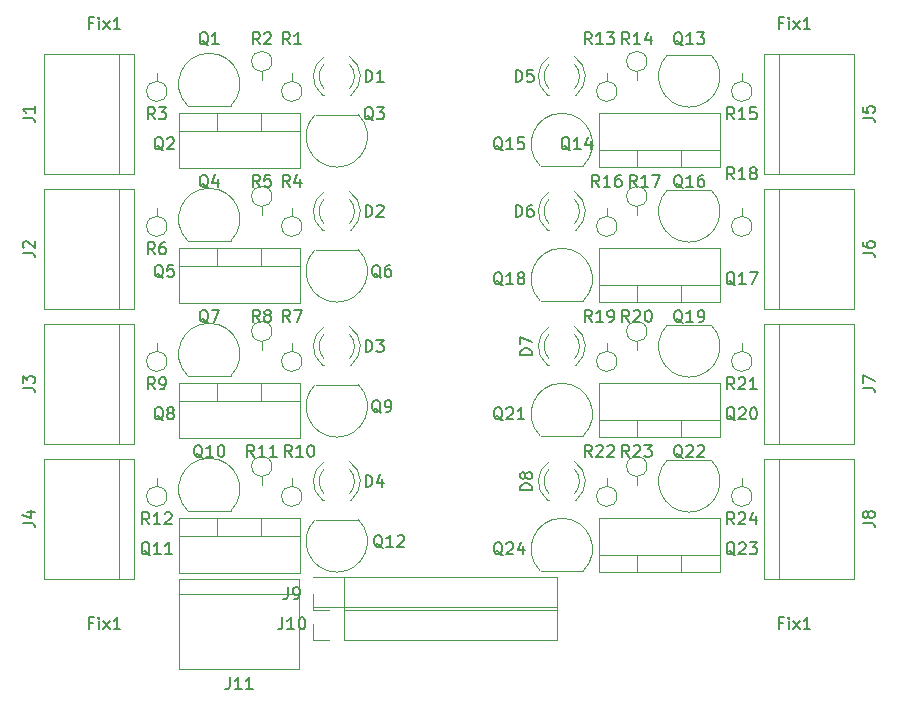
<source format=gbr>
G04 #@! TF.GenerationSoftware,KiCad,Pcbnew,(5.0.2)-1*
G04 #@! TF.CreationDate,2019-11-09T15:10:02+01:00*
G04 #@! TF.ProjectId,MultiSwitch_MosFet,4d756c74-6953-4776-9974-63685f4d6f73,0.1*
G04 #@! TF.SameCoordinates,Original*
G04 #@! TF.FileFunction,Legend,Top*
G04 #@! TF.FilePolarity,Positive*
%FSLAX46Y46*%
G04 Gerber Fmt 4.6, Leading zero omitted, Abs format (unit mm)*
G04 Created by KiCad (PCBNEW (5.0.2)-1) date 09/11/2019 15:10:02*
%MOMM*%
%LPD*%
G01*
G04 APERTURE LIST*
%ADD10C,0.120000*%
%ADD11C,0.100000*%
%ADD12C,0.150000*%
G04 APERTURE END LIST*
D10*
G04 #@! TO.C,Q2*
X116151000Y-38020000D02*
X116151000Y-39530000D01*
X112450000Y-38020000D02*
X112450000Y-39530000D01*
X109180000Y-39530000D02*
X119420000Y-39530000D01*
X119420000Y-38020000D02*
X119420000Y-42661000D01*
X109180000Y-38020000D02*
X109180000Y-42661000D01*
X109180000Y-42661000D02*
X119420000Y-42661000D01*
X109180000Y-38020000D02*
X119420000Y-38020000D01*
G04 #@! TO.C,Q14*
X154980000Y-42625000D02*
X144740000Y-42625000D01*
X154980000Y-37984000D02*
X144740000Y-37984000D01*
X154980000Y-42625000D02*
X154980000Y-37984000D01*
X144740000Y-42625000D02*
X144740000Y-37984000D01*
X154980000Y-41115000D02*
X144740000Y-41115000D01*
X151710000Y-42625000D02*
X151710000Y-41115000D01*
X148009000Y-42625000D02*
X148009000Y-41115000D01*
G04 #@! TO.C,Q1*
X109960000Y-37410000D02*
X113560000Y-37410000D01*
X109921522Y-37398478D02*
G75*
G02X111760000Y-32960000I1838478J1838478D01*
G01*
X113598478Y-37398478D02*
G75*
G03X111760000Y-32960000I-1838478J1838478D01*
G01*
G04 #@! TO.C,Q8*
X109180000Y-60880000D02*
X119420000Y-60880000D01*
X109180000Y-65521000D02*
X119420000Y-65521000D01*
X109180000Y-60880000D02*
X109180000Y-65521000D01*
X119420000Y-60880000D02*
X119420000Y-65521000D01*
X109180000Y-62390000D02*
X119420000Y-62390000D01*
X112450000Y-60880000D02*
X112450000Y-62390000D01*
X116151000Y-60880000D02*
X116151000Y-62390000D01*
G04 #@! TO.C,Q3*
X124355000Y-38155000D02*
X120755000Y-38155000D01*
X124393478Y-38166522D02*
G75*
G02X122555000Y-42605000I-1838478J-1838478D01*
G01*
X120716522Y-38166522D02*
G75*
G03X122555000Y-42605000I1838478J-1838478D01*
G01*
G04 #@! TO.C,Q7*
X109960000Y-60270000D02*
X113560000Y-60270000D01*
X109921522Y-60258478D02*
G75*
G02X111760000Y-55820000I1838478J1838478D01*
G01*
X113598478Y-60258478D02*
G75*
G03X111760000Y-55820000I-1838478J1838478D01*
G01*
G04 #@! TO.C,Q9*
X124355000Y-61015000D02*
X120755000Y-61015000D01*
X124393478Y-61026522D02*
G75*
G02X122555000Y-65465000I-1838478J-1838478D01*
G01*
X120716522Y-61026522D02*
G75*
G03X122555000Y-65465000I1838478J-1838478D01*
G01*
G04 #@! TO.C,Q13*
X154200000Y-33075000D02*
X150600000Y-33075000D01*
X154238478Y-33086522D02*
G75*
G02X152400000Y-37525000I-1838478J-1838478D01*
G01*
X150561522Y-33086522D02*
G75*
G03X152400000Y-37525000I1838478J-1838478D01*
G01*
G04 #@! TO.C,Q15*
X143443478Y-42478478D02*
G75*
G03X141605000Y-38040000I-1838478J1838478D01*
G01*
X139766522Y-42478478D02*
G75*
G02X141605000Y-38040000I1838478J1838478D01*
G01*
X139805000Y-42490000D02*
X143405000Y-42490000D01*
G04 #@! TO.C,Q4*
X113598478Y-48828478D02*
G75*
G03X111760000Y-44390000I-1838478J1838478D01*
G01*
X109921522Y-48828478D02*
G75*
G02X111760000Y-44390000I1838478J1838478D01*
G01*
X109960000Y-48840000D02*
X113560000Y-48840000D01*
G04 #@! TO.C,Q5*
X116151000Y-49450000D02*
X116151000Y-50960000D01*
X112450000Y-49450000D02*
X112450000Y-50960000D01*
X109180000Y-50960000D02*
X119420000Y-50960000D01*
X119420000Y-49450000D02*
X119420000Y-54091000D01*
X109180000Y-49450000D02*
X109180000Y-54091000D01*
X109180000Y-54091000D02*
X119420000Y-54091000D01*
X109180000Y-49450000D02*
X119420000Y-49450000D01*
G04 #@! TO.C,Q6*
X124355000Y-49585000D02*
X120755000Y-49585000D01*
X124393478Y-49596522D02*
G75*
G02X122555000Y-54035000I-1838478J-1838478D01*
G01*
X120716522Y-49596522D02*
G75*
G03X122555000Y-54035000I1838478J-1838478D01*
G01*
G04 #@! TO.C,Q10*
X113598478Y-71688478D02*
G75*
G03X111760000Y-67250000I-1838478J1838478D01*
G01*
X109921522Y-71688478D02*
G75*
G02X111760000Y-67250000I1838478J1838478D01*
G01*
X109960000Y-71700000D02*
X113560000Y-71700000D01*
G04 #@! TO.C,Q11*
X116151000Y-72310000D02*
X116151000Y-73820000D01*
X112450000Y-72310000D02*
X112450000Y-73820000D01*
X109180000Y-73820000D02*
X119420000Y-73820000D01*
X119420000Y-72310000D02*
X119420000Y-76951000D01*
X109180000Y-72310000D02*
X109180000Y-76951000D01*
X109180000Y-76951000D02*
X119420000Y-76951000D01*
X109180000Y-72310000D02*
X119420000Y-72310000D01*
G04 #@! TO.C,Q12*
X124355000Y-72445000D02*
X120755000Y-72445000D01*
X124393478Y-72456522D02*
G75*
G02X122555000Y-76895000I-1838478J-1838478D01*
G01*
X120716522Y-72456522D02*
G75*
G03X122555000Y-76895000I1838478J-1838478D01*
G01*
G04 #@! TO.C,Q16*
X154200000Y-44505000D02*
X150600000Y-44505000D01*
X154238478Y-44516522D02*
G75*
G02X152400000Y-48955000I-1838478J-1838478D01*
G01*
X150561522Y-44516522D02*
G75*
G03X152400000Y-48955000I1838478J-1838478D01*
G01*
G04 #@! TO.C,Q17*
X154980000Y-54055000D02*
X144740000Y-54055000D01*
X154980000Y-49414000D02*
X144740000Y-49414000D01*
X154980000Y-54055000D02*
X154980000Y-49414000D01*
X144740000Y-54055000D02*
X144740000Y-49414000D01*
X154980000Y-52545000D02*
X144740000Y-52545000D01*
X151710000Y-54055000D02*
X151710000Y-52545000D01*
X148009000Y-54055000D02*
X148009000Y-52545000D01*
G04 #@! TO.C,Q18*
X143443478Y-53908478D02*
G75*
G03X141605000Y-49470000I-1838478J1838478D01*
G01*
X139766522Y-53908478D02*
G75*
G02X141605000Y-49470000I1838478J1838478D01*
G01*
X139805000Y-53920000D02*
X143405000Y-53920000D01*
G04 #@! TO.C,Q19*
X154200000Y-55935000D02*
X150600000Y-55935000D01*
X154238478Y-55946522D02*
G75*
G02X152400000Y-60385000I-1838478J-1838478D01*
G01*
X150561522Y-55946522D02*
G75*
G03X152400000Y-60385000I1838478J-1838478D01*
G01*
G04 #@! TO.C,Q20*
X154980000Y-65485000D02*
X144740000Y-65485000D01*
X154980000Y-60844000D02*
X144740000Y-60844000D01*
X154980000Y-65485000D02*
X154980000Y-60844000D01*
X144740000Y-65485000D02*
X144740000Y-60844000D01*
X154980000Y-63975000D02*
X144740000Y-63975000D01*
X151710000Y-65485000D02*
X151710000Y-63975000D01*
X148009000Y-65485000D02*
X148009000Y-63975000D01*
G04 #@! TO.C,Q21*
X143443478Y-65338478D02*
G75*
G03X141605000Y-60900000I-1838478J1838478D01*
G01*
X139766522Y-65338478D02*
G75*
G02X141605000Y-60900000I1838478J1838478D01*
G01*
X139805000Y-65350000D02*
X143405000Y-65350000D01*
G04 #@! TO.C,Q22*
X154200000Y-67365000D02*
X150600000Y-67365000D01*
X154238478Y-67376522D02*
G75*
G02X152400000Y-71815000I-1838478J-1838478D01*
G01*
X150561522Y-67376522D02*
G75*
G03X152400000Y-71815000I1838478J-1838478D01*
G01*
G04 #@! TO.C,Q23*
X154980000Y-76915000D02*
X144740000Y-76915000D01*
X154980000Y-72274000D02*
X144740000Y-72274000D01*
X154980000Y-76915000D02*
X154980000Y-72274000D01*
X144740000Y-76915000D02*
X144740000Y-72274000D01*
X154980000Y-75405000D02*
X144740000Y-75405000D01*
X151710000Y-76915000D02*
X151710000Y-75405000D01*
X148009000Y-76915000D02*
X148009000Y-75405000D01*
G04 #@! TO.C,Q24*
X143443478Y-76768478D02*
G75*
G03X141605000Y-72330000I-1838478J1838478D01*
G01*
X139766522Y-76768478D02*
G75*
G02X141605000Y-72330000I1838478J1838478D01*
G01*
X139805000Y-76780000D02*
X143405000Y-76780000D01*
G04 #@! TO.C,J1*
X104140000Y-33020000D02*
X104140000Y-43180000D01*
X105410000Y-33020000D02*
X97790000Y-33020000D01*
X97790000Y-33020000D02*
X97790000Y-43180000D01*
X97790000Y-43180000D02*
X105410000Y-43180000D01*
X105410000Y-43180000D02*
X105410000Y-33020000D01*
G04 #@! TO.C,J2*
X105410000Y-54610000D02*
X105410000Y-44450000D01*
X97790000Y-54610000D02*
X105410000Y-54610000D01*
X97790000Y-44450000D02*
X97790000Y-54610000D01*
X105410000Y-44450000D02*
X97790000Y-44450000D01*
X104140000Y-44450000D02*
X104140000Y-54610000D01*
G04 #@! TO.C,J3*
X105410000Y-66040000D02*
X105410000Y-55880000D01*
X97790000Y-66040000D02*
X105410000Y-66040000D01*
X97790000Y-55880000D02*
X97790000Y-66040000D01*
X105410000Y-55880000D02*
X97790000Y-55880000D01*
X104140000Y-55880000D02*
X104140000Y-66040000D01*
G04 #@! TO.C,J4*
X105410000Y-77470000D02*
X105410000Y-67310000D01*
X97790000Y-77470000D02*
X105410000Y-77470000D01*
X97790000Y-67310000D02*
X97790000Y-77470000D01*
X105410000Y-67310000D02*
X97790000Y-67310000D01*
X104140000Y-67310000D02*
X104140000Y-77470000D01*
G04 #@! TO.C,J5*
X158750000Y-33020000D02*
X158750000Y-43180000D01*
X166370000Y-33020000D02*
X158750000Y-33020000D01*
X166370000Y-43180000D02*
X166370000Y-33020000D01*
X158750000Y-43180000D02*
X166370000Y-43180000D01*
X160020000Y-43180000D02*
X160020000Y-33020000D01*
G04 #@! TO.C,J6*
X160020000Y-54610000D02*
X160020000Y-44450000D01*
X158750000Y-54610000D02*
X166370000Y-54610000D01*
X166370000Y-54610000D02*
X166370000Y-44450000D01*
X166370000Y-44450000D02*
X158750000Y-44450000D01*
X158750000Y-44450000D02*
X158750000Y-54610000D01*
G04 #@! TO.C,J7*
X160020000Y-66040000D02*
X160020000Y-55880000D01*
X158750000Y-66040000D02*
X166370000Y-66040000D01*
X166370000Y-66040000D02*
X166370000Y-55880000D01*
X166370000Y-55880000D02*
X158750000Y-55880000D01*
X158750000Y-55880000D02*
X158750000Y-66040000D01*
G04 #@! TO.C,J8*
X160020000Y-77470000D02*
X160020000Y-67310000D01*
X158750000Y-77470000D02*
X166370000Y-77470000D01*
X166370000Y-77470000D02*
X166370000Y-67310000D01*
X166370000Y-67310000D02*
X158750000Y-67310000D01*
X158750000Y-67310000D02*
X158750000Y-77470000D01*
G04 #@! TO.C,J11*
X109220000Y-78740000D02*
X119380000Y-78740000D01*
X109220000Y-77470000D02*
X109220000Y-85090000D01*
X109220000Y-85090000D02*
X119380000Y-85090000D01*
X119380000Y-85090000D02*
X119380000Y-77470000D01*
X119380000Y-77470000D02*
X109220000Y-77470000D01*
G04 #@! TO.C,D1*
X123635000Y-36485000D02*
X123791000Y-36485000D01*
X121319000Y-36485000D02*
X121475000Y-36485000D01*
X123634837Y-33883870D02*
G75*
G02X123635000Y-35965961I-1079837J-1041130D01*
G01*
X121475163Y-33883870D02*
G75*
G03X121475000Y-35965961I1079837J-1041130D01*
G01*
X123633608Y-33252665D02*
G75*
G02X123790516Y-36485000I-1078608J-1672335D01*
G01*
X121476392Y-33252665D02*
G75*
G03X121319484Y-36485000I1078608J-1672335D01*
G01*
G04 #@! TO.C,D2*
X121476392Y-44682665D02*
G75*
G03X121319484Y-47915000I1078608J-1672335D01*
G01*
X123633608Y-44682665D02*
G75*
G02X123790516Y-47915000I-1078608J-1672335D01*
G01*
X121475163Y-45313870D02*
G75*
G03X121475000Y-47395961I1079837J-1041130D01*
G01*
X123634837Y-45313870D02*
G75*
G02X123635000Y-47395961I-1079837J-1041130D01*
G01*
X121319000Y-47915000D02*
X121475000Y-47915000D01*
X123635000Y-47915000D02*
X123791000Y-47915000D01*
G04 #@! TO.C,D3*
X123635000Y-59345000D02*
X123791000Y-59345000D01*
X121319000Y-59345000D02*
X121475000Y-59345000D01*
X123634837Y-56743870D02*
G75*
G02X123635000Y-58825961I-1079837J-1041130D01*
G01*
X121475163Y-56743870D02*
G75*
G03X121475000Y-58825961I1079837J-1041130D01*
G01*
X123633608Y-56112665D02*
G75*
G02X123790516Y-59345000I-1078608J-1672335D01*
G01*
X121476392Y-56112665D02*
G75*
G03X121319484Y-59345000I1078608J-1672335D01*
G01*
G04 #@! TO.C,D4*
X121476392Y-67542665D02*
G75*
G03X121319484Y-70775000I1078608J-1672335D01*
G01*
X123633608Y-67542665D02*
G75*
G02X123790516Y-70775000I-1078608J-1672335D01*
G01*
X121475163Y-68173870D02*
G75*
G03X121475000Y-70255961I1079837J-1041130D01*
G01*
X123634837Y-68173870D02*
G75*
G02X123635000Y-70255961I-1079837J-1041130D01*
G01*
X121319000Y-70775000D02*
X121475000Y-70775000D01*
X123635000Y-70775000D02*
X123791000Y-70775000D01*
G04 #@! TO.C,D5*
X142685000Y-36485000D02*
X142841000Y-36485000D01*
X140369000Y-36485000D02*
X140525000Y-36485000D01*
X142684837Y-33883870D02*
G75*
G02X142685000Y-35965961I-1079837J-1041130D01*
G01*
X140525163Y-33883870D02*
G75*
G03X140525000Y-35965961I1079837J-1041130D01*
G01*
X142683608Y-33252665D02*
G75*
G02X142840516Y-36485000I-1078608J-1672335D01*
G01*
X140526392Y-33252665D02*
G75*
G03X140369484Y-36485000I1078608J-1672335D01*
G01*
G04 #@! TO.C,D6*
X140526392Y-44682665D02*
G75*
G03X140369484Y-47915000I1078608J-1672335D01*
G01*
X142683608Y-44682665D02*
G75*
G02X142840516Y-47915000I-1078608J-1672335D01*
G01*
X140525163Y-45313870D02*
G75*
G03X140525000Y-47395961I1079837J-1041130D01*
G01*
X142684837Y-45313870D02*
G75*
G02X142685000Y-47395961I-1079837J-1041130D01*
G01*
X140369000Y-47915000D02*
X140525000Y-47915000D01*
X142685000Y-47915000D02*
X142841000Y-47915000D01*
G04 #@! TO.C,D7*
X142685000Y-59345000D02*
X142841000Y-59345000D01*
X140369000Y-59345000D02*
X140525000Y-59345000D01*
X142684837Y-56743870D02*
G75*
G02X142685000Y-58825961I-1079837J-1041130D01*
G01*
X140525163Y-56743870D02*
G75*
G03X140525000Y-58825961I1079837J-1041130D01*
G01*
X142683608Y-56112665D02*
G75*
G02X142840516Y-59345000I-1078608J-1672335D01*
G01*
X140526392Y-56112665D02*
G75*
G03X140369484Y-59345000I1078608J-1672335D01*
G01*
G04 #@! TO.C,D8*
X140526392Y-67542665D02*
G75*
G03X140369484Y-70775000I1078608J-1672335D01*
G01*
X142683608Y-67542665D02*
G75*
G02X142840516Y-70775000I-1078608J-1672335D01*
G01*
X140525163Y-68173870D02*
G75*
G03X140525000Y-70255961I1079837J-1041130D01*
G01*
X142684837Y-68173870D02*
G75*
G02X142685000Y-70255961I-1079837J-1041130D01*
G01*
X140369000Y-70775000D02*
X140525000Y-70775000D01*
X142685000Y-70775000D02*
X142841000Y-70775000D01*
D11*
G04 #@! TO.C,J9*
X139065000Y-80137000D02*
X141224000Y-80137000D01*
X141224000Y-80137000D02*
X141224000Y-77343000D01*
X141224000Y-77343000D02*
X139065000Y-77343000D01*
X139065000Y-80137000D02*
X123190000Y-80137000D01*
X139065000Y-77343000D02*
X120523000Y-77343000D01*
D10*
X123190000Y-77350000D02*
X123190000Y-80130000D01*
X121920000Y-80130000D02*
X120530000Y-80130000D01*
X120530000Y-80130000D02*
X120530000Y-78740000D01*
G04 #@! TO.C,J10*
X120530000Y-82670000D02*
X120530000Y-81280000D01*
X121920000Y-82670000D02*
X120530000Y-82670000D01*
X123190000Y-79890000D02*
X123190000Y-82670000D01*
D11*
X139065000Y-79883000D02*
X120523000Y-79883000D01*
X139065000Y-82677000D02*
X123190000Y-82677000D01*
X141224000Y-79883000D02*
X139065000Y-79883000D01*
X141224000Y-82677000D02*
X141224000Y-79883000D01*
X139065000Y-82677000D02*
X141224000Y-82677000D01*
D10*
G04 #@! TO.C,R1*
X118745000Y-35335000D02*
X118745000Y-34655000D01*
X119605000Y-36195000D02*
G75*
G03X119605000Y-36195000I-860000J0D01*
G01*
G04 #@! TO.C,R2*
X117065000Y-33655000D02*
G75*
G03X117065000Y-33655000I-860000J0D01*
G01*
X116205000Y-34515000D02*
X116205000Y-35195000D01*
G04 #@! TO.C,R3*
X107315000Y-35335000D02*
X107315000Y-34655000D01*
X108175000Y-36195000D02*
G75*
G03X108175000Y-36195000I-860000J0D01*
G01*
G04 #@! TO.C,R4*
X119605000Y-47625000D02*
G75*
G03X119605000Y-47625000I-860000J0D01*
G01*
X118745000Y-46765000D02*
X118745000Y-46085000D01*
G04 #@! TO.C,R5*
X117065000Y-45085000D02*
G75*
G03X117065000Y-45085000I-860000J0D01*
G01*
X116205000Y-45945000D02*
X116205000Y-46625000D01*
G04 #@! TO.C,R6*
X107315000Y-46765000D02*
X107315000Y-46085000D01*
X108175000Y-47625000D02*
G75*
G03X108175000Y-47625000I-860000J0D01*
G01*
G04 #@! TO.C,R7*
X119605000Y-59055000D02*
G75*
G03X119605000Y-59055000I-860000J0D01*
G01*
X118745000Y-58195000D02*
X118745000Y-57515000D01*
G04 #@! TO.C,R8*
X117065000Y-56515000D02*
G75*
G03X117065000Y-56515000I-860000J0D01*
G01*
X116205000Y-57375000D02*
X116205000Y-58055000D01*
G04 #@! TO.C,R9*
X107315000Y-58195000D02*
X107315000Y-57515000D01*
X108175000Y-59055000D02*
G75*
G03X108175000Y-59055000I-860000J0D01*
G01*
G04 #@! TO.C,R11*
X116205000Y-68805000D02*
X116205000Y-69485000D01*
X117065000Y-67945000D02*
G75*
G03X117065000Y-67945000I-860000J0D01*
G01*
G04 #@! TO.C,R12*
X108175000Y-70485000D02*
G75*
G03X108175000Y-70485000I-860000J0D01*
G01*
X107315000Y-69625000D02*
X107315000Y-68945000D01*
G04 #@! TO.C,R13*
X145415000Y-35335000D02*
X145415000Y-34655000D01*
X146275000Y-36195000D02*
G75*
G03X146275000Y-36195000I-860000J0D01*
G01*
G04 #@! TO.C,R14*
X148815000Y-33655000D02*
G75*
G03X148815000Y-33655000I-860000J0D01*
G01*
X147955000Y-34515000D02*
X147955000Y-35195000D01*
G04 #@! TO.C,R15*
X156845000Y-35335000D02*
X156845000Y-34655000D01*
X157705000Y-36195000D02*
G75*
G03X157705000Y-36195000I-860000J0D01*
G01*
G04 #@! TO.C,R16*
X145415000Y-46765000D02*
X145415000Y-46085000D01*
X146275000Y-47625000D02*
G75*
G03X146275000Y-47625000I-860000J0D01*
G01*
G04 #@! TO.C,R17*
X148815000Y-45085000D02*
G75*
G03X148815000Y-45085000I-860000J0D01*
G01*
X147955000Y-45945000D02*
X147955000Y-46625000D01*
G04 #@! TO.C,R18*
X156845000Y-46765000D02*
X156845000Y-46085000D01*
X157705000Y-47625000D02*
G75*
G03X157705000Y-47625000I-860000J0D01*
G01*
G04 #@! TO.C,R19*
X146275000Y-59055000D02*
G75*
G03X146275000Y-59055000I-860000J0D01*
G01*
X145415000Y-58195000D02*
X145415000Y-57515000D01*
G04 #@! TO.C,R20*
X147955000Y-57375000D02*
X147955000Y-58055000D01*
X148815000Y-56515000D02*
G75*
G03X148815000Y-56515000I-860000J0D01*
G01*
G04 #@! TO.C,R21*
X156845000Y-58195000D02*
X156845000Y-57515000D01*
X157705000Y-59055000D02*
G75*
G03X157705000Y-59055000I-860000J0D01*
G01*
G04 #@! TO.C,R22*
X146275000Y-70485000D02*
G75*
G03X146275000Y-70485000I-860000J0D01*
G01*
X145415000Y-69625000D02*
X145415000Y-68945000D01*
G04 #@! TO.C,R23*
X148815000Y-67945000D02*
G75*
G03X148815000Y-67945000I-860000J0D01*
G01*
X147955000Y-68805000D02*
X147955000Y-69485000D01*
G04 #@! TO.C,R24*
X157705000Y-70485000D02*
G75*
G03X157705000Y-70485000I-860000J0D01*
G01*
X156845000Y-69625000D02*
X156845000Y-68945000D01*
G04 #@! TO.C,R10*
X119605000Y-70485000D02*
G75*
G03X119605000Y-70485000I-860000J0D01*
G01*
X118745000Y-69625000D02*
X118745000Y-68945000D01*
G04 #@! TO.C,Fix1*
D12*
X101893809Y-81208571D02*
X101560476Y-81208571D01*
X101560476Y-81732380D02*
X101560476Y-80732380D01*
X102036666Y-80732380D01*
X102417619Y-81732380D02*
X102417619Y-81065714D01*
X102417619Y-80732380D02*
X102370000Y-80780000D01*
X102417619Y-80827619D01*
X102465238Y-80780000D01*
X102417619Y-80732380D01*
X102417619Y-80827619D01*
X102798571Y-81732380D02*
X103322380Y-81065714D01*
X102798571Y-81065714D02*
X103322380Y-81732380D01*
X104227142Y-81732380D02*
X103655714Y-81732380D01*
X103941428Y-81732380D02*
X103941428Y-80732380D01*
X103846190Y-80875238D01*
X103750952Y-80970476D01*
X103655714Y-81018095D01*
X101893809Y-30408571D02*
X101560476Y-30408571D01*
X101560476Y-30932380D02*
X101560476Y-29932380D01*
X102036666Y-29932380D01*
X102417619Y-30932380D02*
X102417619Y-30265714D01*
X102417619Y-29932380D02*
X102370000Y-29980000D01*
X102417619Y-30027619D01*
X102465238Y-29980000D01*
X102417619Y-29932380D01*
X102417619Y-30027619D01*
X102798571Y-30932380D02*
X103322380Y-30265714D01*
X102798571Y-30265714D02*
X103322380Y-30932380D01*
X104227142Y-30932380D02*
X103655714Y-30932380D01*
X103941428Y-30932380D02*
X103941428Y-29932380D01*
X103846190Y-30075238D01*
X103750952Y-30170476D01*
X103655714Y-30218095D01*
X160313809Y-30408571D02*
X159980476Y-30408571D01*
X159980476Y-30932380D02*
X159980476Y-29932380D01*
X160456666Y-29932380D01*
X160837619Y-30932380D02*
X160837619Y-30265714D01*
X160837619Y-29932380D02*
X160790000Y-29980000D01*
X160837619Y-30027619D01*
X160885238Y-29980000D01*
X160837619Y-29932380D01*
X160837619Y-30027619D01*
X161218571Y-30932380D02*
X161742380Y-30265714D01*
X161218571Y-30265714D02*
X161742380Y-30932380D01*
X162647142Y-30932380D02*
X162075714Y-30932380D01*
X162361428Y-30932380D02*
X162361428Y-29932380D01*
X162266190Y-30075238D01*
X162170952Y-30170476D01*
X162075714Y-30218095D01*
G04 #@! TO.C,Q2*
X107854761Y-41187619D02*
X107759523Y-41140000D01*
X107664285Y-41044761D01*
X107521428Y-40901904D01*
X107426190Y-40854285D01*
X107330952Y-40854285D01*
X107378571Y-41092380D02*
X107283333Y-41044761D01*
X107188095Y-40949523D01*
X107140476Y-40759047D01*
X107140476Y-40425714D01*
X107188095Y-40235238D01*
X107283333Y-40140000D01*
X107378571Y-40092380D01*
X107569047Y-40092380D01*
X107664285Y-40140000D01*
X107759523Y-40235238D01*
X107807142Y-40425714D01*
X107807142Y-40759047D01*
X107759523Y-40949523D01*
X107664285Y-41044761D01*
X107569047Y-41092380D01*
X107378571Y-41092380D01*
X108188095Y-40187619D02*
X108235714Y-40140000D01*
X108330952Y-40092380D01*
X108569047Y-40092380D01*
X108664285Y-40140000D01*
X108711904Y-40187619D01*
X108759523Y-40282857D01*
X108759523Y-40378095D01*
X108711904Y-40520952D01*
X108140476Y-41092380D01*
X108759523Y-41092380D01*
G04 #@! TO.C,Q14*
X142303571Y-41187619D02*
X142208333Y-41140000D01*
X142113095Y-41044761D01*
X141970238Y-40901904D01*
X141875000Y-40854285D01*
X141779761Y-40854285D01*
X141827380Y-41092380D02*
X141732142Y-41044761D01*
X141636904Y-40949523D01*
X141589285Y-40759047D01*
X141589285Y-40425714D01*
X141636904Y-40235238D01*
X141732142Y-40140000D01*
X141827380Y-40092380D01*
X142017857Y-40092380D01*
X142113095Y-40140000D01*
X142208333Y-40235238D01*
X142255952Y-40425714D01*
X142255952Y-40759047D01*
X142208333Y-40949523D01*
X142113095Y-41044761D01*
X142017857Y-41092380D01*
X141827380Y-41092380D01*
X143208333Y-41092380D02*
X142636904Y-41092380D01*
X142922619Y-41092380D02*
X142922619Y-40092380D01*
X142827380Y-40235238D01*
X142732142Y-40330476D01*
X142636904Y-40378095D01*
X144065476Y-40425714D02*
X144065476Y-41092380D01*
X143827380Y-40044761D02*
X143589285Y-40759047D01*
X144208333Y-40759047D01*
G04 #@! TO.C,Q1*
X111664761Y-32297619D02*
X111569523Y-32250000D01*
X111474285Y-32154761D01*
X111331428Y-32011904D01*
X111236190Y-31964285D01*
X111140952Y-31964285D01*
X111188571Y-32202380D02*
X111093333Y-32154761D01*
X110998095Y-32059523D01*
X110950476Y-31869047D01*
X110950476Y-31535714D01*
X110998095Y-31345238D01*
X111093333Y-31250000D01*
X111188571Y-31202380D01*
X111379047Y-31202380D01*
X111474285Y-31250000D01*
X111569523Y-31345238D01*
X111617142Y-31535714D01*
X111617142Y-31869047D01*
X111569523Y-32059523D01*
X111474285Y-32154761D01*
X111379047Y-32202380D01*
X111188571Y-32202380D01*
X112569523Y-32202380D02*
X111998095Y-32202380D01*
X112283809Y-32202380D02*
X112283809Y-31202380D01*
X112188571Y-31345238D01*
X112093333Y-31440476D01*
X111998095Y-31488095D01*
G04 #@! TO.C,Q8*
X107854761Y-64047619D02*
X107759523Y-64000000D01*
X107664285Y-63904761D01*
X107521428Y-63761904D01*
X107426190Y-63714285D01*
X107330952Y-63714285D01*
X107378571Y-63952380D02*
X107283333Y-63904761D01*
X107188095Y-63809523D01*
X107140476Y-63619047D01*
X107140476Y-63285714D01*
X107188095Y-63095238D01*
X107283333Y-63000000D01*
X107378571Y-62952380D01*
X107569047Y-62952380D01*
X107664285Y-63000000D01*
X107759523Y-63095238D01*
X107807142Y-63285714D01*
X107807142Y-63619047D01*
X107759523Y-63809523D01*
X107664285Y-63904761D01*
X107569047Y-63952380D01*
X107378571Y-63952380D01*
X108378571Y-63380952D02*
X108283333Y-63333333D01*
X108235714Y-63285714D01*
X108188095Y-63190476D01*
X108188095Y-63142857D01*
X108235714Y-63047619D01*
X108283333Y-63000000D01*
X108378571Y-62952380D01*
X108569047Y-62952380D01*
X108664285Y-63000000D01*
X108711904Y-63047619D01*
X108759523Y-63142857D01*
X108759523Y-63190476D01*
X108711904Y-63285714D01*
X108664285Y-63333333D01*
X108569047Y-63380952D01*
X108378571Y-63380952D01*
X108283333Y-63428571D01*
X108235714Y-63476190D01*
X108188095Y-63571428D01*
X108188095Y-63761904D01*
X108235714Y-63857142D01*
X108283333Y-63904761D01*
X108378571Y-63952380D01*
X108569047Y-63952380D01*
X108664285Y-63904761D01*
X108711904Y-63857142D01*
X108759523Y-63761904D01*
X108759523Y-63571428D01*
X108711904Y-63476190D01*
X108664285Y-63428571D01*
X108569047Y-63380952D01*
G04 #@! TO.C,Q3*
X125634761Y-38647619D02*
X125539523Y-38600000D01*
X125444285Y-38504761D01*
X125301428Y-38361904D01*
X125206190Y-38314285D01*
X125110952Y-38314285D01*
X125158571Y-38552380D02*
X125063333Y-38504761D01*
X124968095Y-38409523D01*
X124920476Y-38219047D01*
X124920476Y-37885714D01*
X124968095Y-37695238D01*
X125063333Y-37600000D01*
X125158571Y-37552380D01*
X125349047Y-37552380D01*
X125444285Y-37600000D01*
X125539523Y-37695238D01*
X125587142Y-37885714D01*
X125587142Y-38219047D01*
X125539523Y-38409523D01*
X125444285Y-38504761D01*
X125349047Y-38552380D01*
X125158571Y-38552380D01*
X125920476Y-37552380D02*
X126539523Y-37552380D01*
X126206190Y-37933333D01*
X126349047Y-37933333D01*
X126444285Y-37980952D01*
X126491904Y-38028571D01*
X126539523Y-38123809D01*
X126539523Y-38361904D01*
X126491904Y-38457142D01*
X126444285Y-38504761D01*
X126349047Y-38552380D01*
X126063333Y-38552380D01*
X125968095Y-38504761D01*
X125920476Y-38457142D01*
G04 #@! TO.C,Q7*
X111664761Y-55792619D02*
X111569523Y-55745000D01*
X111474285Y-55649761D01*
X111331428Y-55506904D01*
X111236190Y-55459285D01*
X111140952Y-55459285D01*
X111188571Y-55697380D02*
X111093333Y-55649761D01*
X110998095Y-55554523D01*
X110950476Y-55364047D01*
X110950476Y-55030714D01*
X110998095Y-54840238D01*
X111093333Y-54745000D01*
X111188571Y-54697380D01*
X111379047Y-54697380D01*
X111474285Y-54745000D01*
X111569523Y-54840238D01*
X111617142Y-55030714D01*
X111617142Y-55364047D01*
X111569523Y-55554523D01*
X111474285Y-55649761D01*
X111379047Y-55697380D01*
X111188571Y-55697380D01*
X111950476Y-54697380D02*
X112617142Y-54697380D01*
X112188571Y-55697380D01*
G04 #@! TO.C,Q9*
X126269761Y-63412619D02*
X126174523Y-63365000D01*
X126079285Y-63269761D01*
X125936428Y-63126904D01*
X125841190Y-63079285D01*
X125745952Y-63079285D01*
X125793571Y-63317380D02*
X125698333Y-63269761D01*
X125603095Y-63174523D01*
X125555476Y-62984047D01*
X125555476Y-62650714D01*
X125603095Y-62460238D01*
X125698333Y-62365000D01*
X125793571Y-62317380D01*
X125984047Y-62317380D01*
X126079285Y-62365000D01*
X126174523Y-62460238D01*
X126222142Y-62650714D01*
X126222142Y-62984047D01*
X126174523Y-63174523D01*
X126079285Y-63269761D01*
X125984047Y-63317380D01*
X125793571Y-63317380D01*
X126698333Y-63317380D02*
X126888809Y-63317380D01*
X126984047Y-63269761D01*
X127031666Y-63222142D01*
X127126904Y-63079285D01*
X127174523Y-62888809D01*
X127174523Y-62507857D01*
X127126904Y-62412619D01*
X127079285Y-62365000D01*
X126984047Y-62317380D01*
X126793571Y-62317380D01*
X126698333Y-62365000D01*
X126650714Y-62412619D01*
X126603095Y-62507857D01*
X126603095Y-62745952D01*
X126650714Y-62841190D01*
X126698333Y-62888809D01*
X126793571Y-62936428D01*
X126984047Y-62936428D01*
X127079285Y-62888809D01*
X127126904Y-62841190D01*
X127174523Y-62745952D01*
G04 #@! TO.C,Q13*
X151828571Y-32297619D02*
X151733333Y-32250000D01*
X151638095Y-32154761D01*
X151495238Y-32011904D01*
X151400000Y-31964285D01*
X151304761Y-31964285D01*
X151352380Y-32202380D02*
X151257142Y-32154761D01*
X151161904Y-32059523D01*
X151114285Y-31869047D01*
X151114285Y-31535714D01*
X151161904Y-31345238D01*
X151257142Y-31250000D01*
X151352380Y-31202380D01*
X151542857Y-31202380D01*
X151638095Y-31250000D01*
X151733333Y-31345238D01*
X151780952Y-31535714D01*
X151780952Y-31869047D01*
X151733333Y-32059523D01*
X151638095Y-32154761D01*
X151542857Y-32202380D01*
X151352380Y-32202380D01*
X152733333Y-32202380D02*
X152161904Y-32202380D01*
X152447619Y-32202380D02*
X152447619Y-31202380D01*
X152352380Y-31345238D01*
X152257142Y-31440476D01*
X152161904Y-31488095D01*
X153066666Y-31202380D02*
X153685714Y-31202380D01*
X153352380Y-31583333D01*
X153495238Y-31583333D01*
X153590476Y-31630952D01*
X153638095Y-31678571D01*
X153685714Y-31773809D01*
X153685714Y-32011904D01*
X153638095Y-32107142D01*
X153590476Y-32154761D01*
X153495238Y-32202380D01*
X153209523Y-32202380D01*
X153114285Y-32154761D01*
X153066666Y-32107142D01*
G04 #@! TO.C,Q15*
X136588571Y-41187619D02*
X136493333Y-41140000D01*
X136398095Y-41044761D01*
X136255238Y-40901904D01*
X136160000Y-40854285D01*
X136064761Y-40854285D01*
X136112380Y-41092380D02*
X136017142Y-41044761D01*
X135921904Y-40949523D01*
X135874285Y-40759047D01*
X135874285Y-40425714D01*
X135921904Y-40235238D01*
X136017142Y-40140000D01*
X136112380Y-40092380D01*
X136302857Y-40092380D01*
X136398095Y-40140000D01*
X136493333Y-40235238D01*
X136540952Y-40425714D01*
X136540952Y-40759047D01*
X136493333Y-40949523D01*
X136398095Y-41044761D01*
X136302857Y-41092380D01*
X136112380Y-41092380D01*
X137493333Y-41092380D02*
X136921904Y-41092380D01*
X137207619Y-41092380D02*
X137207619Y-40092380D01*
X137112380Y-40235238D01*
X137017142Y-40330476D01*
X136921904Y-40378095D01*
X138398095Y-40092380D02*
X137921904Y-40092380D01*
X137874285Y-40568571D01*
X137921904Y-40520952D01*
X138017142Y-40473333D01*
X138255238Y-40473333D01*
X138350476Y-40520952D01*
X138398095Y-40568571D01*
X138445714Y-40663809D01*
X138445714Y-40901904D01*
X138398095Y-40997142D01*
X138350476Y-41044761D01*
X138255238Y-41092380D01*
X138017142Y-41092380D01*
X137921904Y-41044761D01*
X137874285Y-40997142D01*
G04 #@! TO.C,Q4*
X111664761Y-44362619D02*
X111569523Y-44315000D01*
X111474285Y-44219761D01*
X111331428Y-44076904D01*
X111236190Y-44029285D01*
X111140952Y-44029285D01*
X111188571Y-44267380D02*
X111093333Y-44219761D01*
X110998095Y-44124523D01*
X110950476Y-43934047D01*
X110950476Y-43600714D01*
X110998095Y-43410238D01*
X111093333Y-43315000D01*
X111188571Y-43267380D01*
X111379047Y-43267380D01*
X111474285Y-43315000D01*
X111569523Y-43410238D01*
X111617142Y-43600714D01*
X111617142Y-43934047D01*
X111569523Y-44124523D01*
X111474285Y-44219761D01*
X111379047Y-44267380D01*
X111188571Y-44267380D01*
X112474285Y-43600714D02*
X112474285Y-44267380D01*
X112236190Y-43219761D02*
X111998095Y-43934047D01*
X112617142Y-43934047D01*
G04 #@! TO.C,Q5*
X107854761Y-51982619D02*
X107759523Y-51935000D01*
X107664285Y-51839761D01*
X107521428Y-51696904D01*
X107426190Y-51649285D01*
X107330952Y-51649285D01*
X107378571Y-51887380D02*
X107283333Y-51839761D01*
X107188095Y-51744523D01*
X107140476Y-51554047D01*
X107140476Y-51220714D01*
X107188095Y-51030238D01*
X107283333Y-50935000D01*
X107378571Y-50887380D01*
X107569047Y-50887380D01*
X107664285Y-50935000D01*
X107759523Y-51030238D01*
X107807142Y-51220714D01*
X107807142Y-51554047D01*
X107759523Y-51744523D01*
X107664285Y-51839761D01*
X107569047Y-51887380D01*
X107378571Y-51887380D01*
X108711904Y-50887380D02*
X108235714Y-50887380D01*
X108188095Y-51363571D01*
X108235714Y-51315952D01*
X108330952Y-51268333D01*
X108569047Y-51268333D01*
X108664285Y-51315952D01*
X108711904Y-51363571D01*
X108759523Y-51458809D01*
X108759523Y-51696904D01*
X108711904Y-51792142D01*
X108664285Y-51839761D01*
X108569047Y-51887380D01*
X108330952Y-51887380D01*
X108235714Y-51839761D01*
X108188095Y-51792142D01*
G04 #@! TO.C,Q6*
X126269761Y-51982619D02*
X126174523Y-51935000D01*
X126079285Y-51839761D01*
X125936428Y-51696904D01*
X125841190Y-51649285D01*
X125745952Y-51649285D01*
X125793571Y-51887380D02*
X125698333Y-51839761D01*
X125603095Y-51744523D01*
X125555476Y-51554047D01*
X125555476Y-51220714D01*
X125603095Y-51030238D01*
X125698333Y-50935000D01*
X125793571Y-50887380D01*
X125984047Y-50887380D01*
X126079285Y-50935000D01*
X126174523Y-51030238D01*
X126222142Y-51220714D01*
X126222142Y-51554047D01*
X126174523Y-51744523D01*
X126079285Y-51839761D01*
X125984047Y-51887380D01*
X125793571Y-51887380D01*
X127079285Y-50887380D02*
X126888809Y-50887380D01*
X126793571Y-50935000D01*
X126745952Y-50982619D01*
X126650714Y-51125476D01*
X126603095Y-51315952D01*
X126603095Y-51696904D01*
X126650714Y-51792142D01*
X126698333Y-51839761D01*
X126793571Y-51887380D01*
X126984047Y-51887380D01*
X127079285Y-51839761D01*
X127126904Y-51792142D01*
X127174523Y-51696904D01*
X127174523Y-51458809D01*
X127126904Y-51363571D01*
X127079285Y-51315952D01*
X126984047Y-51268333D01*
X126793571Y-51268333D01*
X126698333Y-51315952D01*
X126650714Y-51363571D01*
X126603095Y-51458809D01*
G04 #@! TO.C,Q10*
X111188571Y-67222619D02*
X111093333Y-67175000D01*
X110998095Y-67079761D01*
X110855238Y-66936904D01*
X110760000Y-66889285D01*
X110664761Y-66889285D01*
X110712380Y-67127380D02*
X110617142Y-67079761D01*
X110521904Y-66984523D01*
X110474285Y-66794047D01*
X110474285Y-66460714D01*
X110521904Y-66270238D01*
X110617142Y-66175000D01*
X110712380Y-66127380D01*
X110902857Y-66127380D01*
X110998095Y-66175000D01*
X111093333Y-66270238D01*
X111140952Y-66460714D01*
X111140952Y-66794047D01*
X111093333Y-66984523D01*
X110998095Y-67079761D01*
X110902857Y-67127380D01*
X110712380Y-67127380D01*
X112093333Y-67127380D02*
X111521904Y-67127380D01*
X111807619Y-67127380D02*
X111807619Y-66127380D01*
X111712380Y-66270238D01*
X111617142Y-66365476D01*
X111521904Y-66413095D01*
X112712380Y-66127380D02*
X112807619Y-66127380D01*
X112902857Y-66175000D01*
X112950476Y-66222619D01*
X112998095Y-66317857D01*
X113045714Y-66508333D01*
X113045714Y-66746428D01*
X112998095Y-66936904D01*
X112950476Y-67032142D01*
X112902857Y-67079761D01*
X112807619Y-67127380D01*
X112712380Y-67127380D01*
X112617142Y-67079761D01*
X112569523Y-67032142D01*
X112521904Y-66936904D01*
X112474285Y-66746428D01*
X112474285Y-66508333D01*
X112521904Y-66317857D01*
X112569523Y-66222619D01*
X112617142Y-66175000D01*
X112712380Y-66127380D01*
G04 #@! TO.C,Q11*
X106743571Y-75477619D02*
X106648333Y-75430000D01*
X106553095Y-75334761D01*
X106410238Y-75191904D01*
X106315000Y-75144285D01*
X106219761Y-75144285D01*
X106267380Y-75382380D02*
X106172142Y-75334761D01*
X106076904Y-75239523D01*
X106029285Y-75049047D01*
X106029285Y-74715714D01*
X106076904Y-74525238D01*
X106172142Y-74430000D01*
X106267380Y-74382380D01*
X106457857Y-74382380D01*
X106553095Y-74430000D01*
X106648333Y-74525238D01*
X106695952Y-74715714D01*
X106695952Y-75049047D01*
X106648333Y-75239523D01*
X106553095Y-75334761D01*
X106457857Y-75382380D01*
X106267380Y-75382380D01*
X107648333Y-75382380D02*
X107076904Y-75382380D01*
X107362619Y-75382380D02*
X107362619Y-74382380D01*
X107267380Y-74525238D01*
X107172142Y-74620476D01*
X107076904Y-74668095D01*
X108600714Y-75382380D02*
X108029285Y-75382380D01*
X108315000Y-75382380D02*
X108315000Y-74382380D01*
X108219761Y-74525238D01*
X108124523Y-74620476D01*
X108029285Y-74668095D01*
G04 #@! TO.C,Q12*
X126428571Y-74842619D02*
X126333333Y-74795000D01*
X126238095Y-74699761D01*
X126095238Y-74556904D01*
X126000000Y-74509285D01*
X125904761Y-74509285D01*
X125952380Y-74747380D02*
X125857142Y-74699761D01*
X125761904Y-74604523D01*
X125714285Y-74414047D01*
X125714285Y-74080714D01*
X125761904Y-73890238D01*
X125857142Y-73795000D01*
X125952380Y-73747380D01*
X126142857Y-73747380D01*
X126238095Y-73795000D01*
X126333333Y-73890238D01*
X126380952Y-74080714D01*
X126380952Y-74414047D01*
X126333333Y-74604523D01*
X126238095Y-74699761D01*
X126142857Y-74747380D01*
X125952380Y-74747380D01*
X127333333Y-74747380D02*
X126761904Y-74747380D01*
X127047619Y-74747380D02*
X127047619Y-73747380D01*
X126952380Y-73890238D01*
X126857142Y-73985476D01*
X126761904Y-74033095D01*
X127714285Y-73842619D02*
X127761904Y-73795000D01*
X127857142Y-73747380D01*
X128095238Y-73747380D01*
X128190476Y-73795000D01*
X128238095Y-73842619D01*
X128285714Y-73937857D01*
X128285714Y-74033095D01*
X128238095Y-74175952D01*
X127666666Y-74747380D01*
X128285714Y-74747380D01*
G04 #@! TO.C,Q16*
X151828571Y-44362619D02*
X151733333Y-44315000D01*
X151638095Y-44219761D01*
X151495238Y-44076904D01*
X151400000Y-44029285D01*
X151304761Y-44029285D01*
X151352380Y-44267380D02*
X151257142Y-44219761D01*
X151161904Y-44124523D01*
X151114285Y-43934047D01*
X151114285Y-43600714D01*
X151161904Y-43410238D01*
X151257142Y-43315000D01*
X151352380Y-43267380D01*
X151542857Y-43267380D01*
X151638095Y-43315000D01*
X151733333Y-43410238D01*
X151780952Y-43600714D01*
X151780952Y-43934047D01*
X151733333Y-44124523D01*
X151638095Y-44219761D01*
X151542857Y-44267380D01*
X151352380Y-44267380D01*
X152733333Y-44267380D02*
X152161904Y-44267380D01*
X152447619Y-44267380D02*
X152447619Y-43267380D01*
X152352380Y-43410238D01*
X152257142Y-43505476D01*
X152161904Y-43553095D01*
X153590476Y-43267380D02*
X153400000Y-43267380D01*
X153304761Y-43315000D01*
X153257142Y-43362619D01*
X153161904Y-43505476D01*
X153114285Y-43695952D01*
X153114285Y-44076904D01*
X153161904Y-44172142D01*
X153209523Y-44219761D01*
X153304761Y-44267380D01*
X153495238Y-44267380D01*
X153590476Y-44219761D01*
X153638095Y-44172142D01*
X153685714Y-44076904D01*
X153685714Y-43838809D01*
X153638095Y-43743571D01*
X153590476Y-43695952D01*
X153495238Y-43648333D01*
X153304761Y-43648333D01*
X153209523Y-43695952D01*
X153161904Y-43743571D01*
X153114285Y-43838809D01*
G04 #@! TO.C,Q17*
X156273571Y-52617619D02*
X156178333Y-52570000D01*
X156083095Y-52474761D01*
X155940238Y-52331904D01*
X155845000Y-52284285D01*
X155749761Y-52284285D01*
X155797380Y-52522380D02*
X155702142Y-52474761D01*
X155606904Y-52379523D01*
X155559285Y-52189047D01*
X155559285Y-51855714D01*
X155606904Y-51665238D01*
X155702142Y-51570000D01*
X155797380Y-51522380D01*
X155987857Y-51522380D01*
X156083095Y-51570000D01*
X156178333Y-51665238D01*
X156225952Y-51855714D01*
X156225952Y-52189047D01*
X156178333Y-52379523D01*
X156083095Y-52474761D01*
X155987857Y-52522380D01*
X155797380Y-52522380D01*
X157178333Y-52522380D02*
X156606904Y-52522380D01*
X156892619Y-52522380D02*
X156892619Y-51522380D01*
X156797380Y-51665238D01*
X156702142Y-51760476D01*
X156606904Y-51808095D01*
X157511666Y-51522380D02*
X158178333Y-51522380D01*
X157749761Y-52522380D01*
G04 #@! TO.C,Q18*
X136588571Y-52617619D02*
X136493333Y-52570000D01*
X136398095Y-52474761D01*
X136255238Y-52331904D01*
X136160000Y-52284285D01*
X136064761Y-52284285D01*
X136112380Y-52522380D02*
X136017142Y-52474761D01*
X135921904Y-52379523D01*
X135874285Y-52189047D01*
X135874285Y-51855714D01*
X135921904Y-51665238D01*
X136017142Y-51570000D01*
X136112380Y-51522380D01*
X136302857Y-51522380D01*
X136398095Y-51570000D01*
X136493333Y-51665238D01*
X136540952Y-51855714D01*
X136540952Y-52189047D01*
X136493333Y-52379523D01*
X136398095Y-52474761D01*
X136302857Y-52522380D01*
X136112380Y-52522380D01*
X137493333Y-52522380D02*
X136921904Y-52522380D01*
X137207619Y-52522380D02*
X137207619Y-51522380D01*
X137112380Y-51665238D01*
X137017142Y-51760476D01*
X136921904Y-51808095D01*
X138064761Y-51950952D02*
X137969523Y-51903333D01*
X137921904Y-51855714D01*
X137874285Y-51760476D01*
X137874285Y-51712857D01*
X137921904Y-51617619D01*
X137969523Y-51570000D01*
X138064761Y-51522380D01*
X138255238Y-51522380D01*
X138350476Y-51570000D01*
X138398095Y-51617619D01*
X138445714Y-51712857D01*
X138445714Y-51760476D01*
X138398095Y-51855714D01*
X138350476Y-51903333D01*
X138255238Y-51950952D01*
X138064761Y-51950952D01*
X137969523Y-51998571D01*
X137921904Y-52046190D01*
X137874285Y-52141428D01*
X137874285Y-52331904D01*
X137921904Y-52427142D01*
X137969523Y-52474761D01*
X138064761Y-52522380D01*
X138255238Y-52522380D01*
X138350476Y-52474761D01*
X138398095Y-52427142D01*
X138445714Y-52331904D01*
X138445714Y-52141428D01*
X138398095Y-52046190D01*
X138350476Y-51998571D01*
X138255238Y-51950952D01*
G04 #@! TO.C,Q19*
X151828571Y-55792619D02*
X151733333Y-55745000D01*
X151638095Y-55649761D01*
X151495238Y-55506904D01*
X151400000Y-55459285D01*
X151304761Y-55459285D01*
X151352380Y-55697380D02*
X151257142Y-55649761D01*
X151161904Y-55554523D01*
X151114285Y-55364047D01*
X151114285Y-55030714D01*
X151161904Y-54840238D01*
X151257142Y-54745000D01*
X151352380Y-54697380D01*
X151542857Y-54697380D01*
X151638095Y-54745000D01*
X151733333Y-54840238D01*
X151780952Y-55030714D01*
X151780952Y-55364047D01*
X151733333Y-55554523D01*
X151638095Y-55649761D01*
X151542857Y-55697380D01*
X151352380Y-55697380D01*
X152733333Y-55697380D02*
X152161904Y-55697380D01*
X152447619Y-55697380D02*
X152447619Y-54697380D01*
X152352380Y-54840238D01*
X152257142Y-54935476D01*
X152161904Y-54983095D01*
X153209523Y-55697380D02*
X153400000Y-55697380D01*
X153495238Y-55649761D01*
X153542857Y-55602142D01*
X153638095Y-55459285D01*
X153685714Y-55268809D01*
X153685714Y-54887857D01*
X153638095Y-54792619D01*
X153590476Y-54745000D01*
X153495238Y-54697380D01*
X153304761Y-54697380D01*
X153209523Y-54745000D01*
X153161904Y-54792619D01*
X153114285Y-54887857D01*
X153114285Y-55125952D01*
X153161904Y-55221190D01*
X153209523Y-55268809D01*
X153304761Y-55316428D01*
X153495238Y-55316428D01*
X153590476Y-55268809D01*
X153638095Y-55221190D01*
X153685714Y-55125952D01*
G04 #@! TO.C,Q20*
X156273571Y-64047619D02*
X156178333Y-64000000D01*
X156083095Y-63904761D01*
X155940238Y-63761904D01*
X155845000Y-63714285D01*
X155749761Y-63714285D01*
X155797380Y-63952380D02*
X155702142Y-63904761D01*
X155606904Y-63809523D01*
X155559285Y-63619047D01*
X155559285Y-63285714D01*
X155606904Y-63095238D01*
X155702142Y-63000000D01*
X155797380Y-62952380D01*
X155987857Y-62952380D01*
X156083095Y-63000000D01*
X156178333Y-63095238D01*
X156225952Y-63285714D01*
X156225952Y-63619047D01*
X156178333Y-63809523D01*
X156083095Y-63904761D01*
X155987857Y-63952380D01*
X155797380Y-63952380D01*
X156606904Y-63047619D02*
X156654523Y-63000000D01*
X156749761Y-62952380D01*
X156987857Y-62952380D01*
X157083095Y-63000000D01*
X157130714Y-63047619D01*
X157178333Y-63142857D01*
X157178333Y-63238095D01*
X157130714Y-63380952D01*
X156559285Y-63952380D01*
X157178333Y-63952380D01*
X157797380Y-62952380D02*
X157892619Y-62952380D01*
X157987857Y-63000000D01*
X158035476Y-63047619D01*
X158083095Y-63142857D01*
X158130714Y-63333333D01*
X158130714Y-63571428D01*
X158083095Y-63761904D01*
X158035476Y-63857142D01*
X157987857Y-63904761D01*
X157892619Y-63952380D01*
X157797380Y-63952380D01*
X157702142Y-63904761D01*
X157654523Y-63857142D01*
X157606904Y-63761904D01*
X157559285Y-63571428D01*
X157559285Y-63333333D01*
X157606904Y-63142857D01*
X157654523Y-63047619D01*
X157702142Y-63000000D01*
X157797380Y-62952380D01*
G04 #@! TO.C,Q21*
X136588571Y-64047619D02*
X136493333Y-64000000D01*
X136398095Y-63904761D01*
X136255238Y-63761904D01*
X136160000Y-63714285D01*
X136064761Y-63714285D01*
X136112380Y-63952380D02*
X136017142Y-63904761D01*
X135921904Y-63809523D01*
X135874285Y-63619047D01*
X135874285Y-63285714D01*
X135921904Y-63095238D01*
X136017142Y-63000000D01*
X136112380Y-62952380D01*
X136302857Y-62952380D01*
X136398095Y-63000000D01*
X136493333Y-63095238D01*
X136540952Y-63285714D01*
X136540952Y-63619047D01*
X136493333Y-63809523D01*
X136398095Y-63904761D01*
X136302857Y-63952380D01*
X136112380Y-63952380D01*
X136921904Y-63047619D02*
X136969523Y-63000000D01*
X137064761Y-62952380D01*
X137302857Y-62952380D01*
X137398095Y-63000000D01*
X137445714Y-63047619D01*
X137493333Y-63142857D01*
X137493333Y-63238095D01*
X137445714Y-63380952D01*
X136874285Y-63952380D01*
X137493333Y-63952380D01*
X138445714Y-63952380D02*
X137874285Y-63952380D01*
X138160000Y-63952380D02*
X138160000Y-62952380D01*
X138064761Y-63095238D01*
X137969523Y-63190476D01*
X137874285Y-63238095D01*
G04 #@! TO.C,Q22*
X151828571Y-67222619D02*
X151733333Y-67175000D01*
X151638095Y-67079761D01*
X151495238Y-66936904D01*
X151400000Y-66889285D01*
X151304761Y-66889285D01*
X151352380Y-67127380D02*
X151257142Y-67079761D01*
X151161904Y-66984523D01*
X151114285Y-66794047D01*
X151114285Y-66460714D01*
X151161904Y-66270238D01*
X151257142Y-66175000D01*
X151352380Y-66127380D01*
X151542857Y-66127380D01*
X151638095Y-66175000D01*
X151733333Y-66270238D01*
X151780952Y-66460714D01*
X151780952Y-66794047D01*
X151733333Y-66984523D01*
X151638095Y-67079761D01*
X151542857Y-67127380D01*
X151352380Y-67127380D01*
X152161904Y-66222619D02*
X152209523Y-66175000D01*
X152304761Y-66127380D01*
X152542857Y-66127380D01*
X152638095Y-66175000D01*
X152685714Y-66222619D01*
X152733333Y-66317857D01*
X152733333Y-66413095D01*
X152685714Y-66555952D01*
X152114285Y-67127380D01*
X152733333Y-67127380D01*
X153114285Y-66222619D02*
X153161904Y-66175000D01*
X153257142Y-66127380D01*
X153495238Y-66127380D01*
X153590476Y-66175000D01*
X153638095Y-66222619D01*
X153685714Y-66317857D01*
X153685714Y-66413095D01*
X153638095Y-66555952D01*
X153066666Y-67127380D01*
X153685714Y-67127380D01*
G04 #@! TO.C,Q23*
X156273571Y-75477619D02*
X156178333Y-75430000D01*
X156083095Y-75334761D01*
X155940238Y-75191904D01*
X155845000Y-75144285D01*
X155749761Y-75144285D01*
X155797380Y-75382380D02*
X155702142Y-75334761D01*
X155606904Y-75239523D01*
X155559285Y-75049047D01*
X155559285Y-74715714D01*
X155606904Y-74525238D01*
X155702142Y-74430000D01*
X155797380Y-74382380D01*
X155987857Y-74382380D01*
X156083095Y-74430000D01*
X156178333Y-74525238D01*
X156225952Y-74715714D01*
X156225952Y-75049047D01*
X156178333Y-75239523D01*
X156083095Y-75334761D01*
X155987857Y-75382380D01*
X155797380Y-75382380D01*
X156606904Y-74477619D02*
X156654523Y-74430000D01*
X156749761Y-74382380D01*
X156987857Y-74382380D01*
X157083095Y-74430000D01*
X157130714Y-74477619D01*
X157178333Y-74572857D01*
X157178333Y-74668095D01*
X157130714Y-74810952D01*
X156559285Y-75382380D01*
X157178333Y-75382380D01*
X157511666Y-74382380D02*
X158130714Y-74382380D01*
X157797380Y-74763333D01*
X157940238Y-74763333D01*
X158035476Y-74810952D01*
X158083095Y-74858571D01*
X158130714Y-74953809D01*
X158130714Y-75191904D01*
X158083095Y-75287142D01*
X158035476Y-75334761D01*
X157940238Y-75382380D01*
X157654523Y-75382380D01*
X157559285Y-75334761D01*
X157511666Y-75287142D01*
G04 #@! TO.C,Q24*
X136588571Y-75477619D02*
X136493333Y-75430000D01*
X136398095Y-75334761D01*
X136255238Y-75191904D01*
X136160000Y-75144285D01*
X136064761Y-75144285D01*
X136112380Y-75382380D02*
X136017142Y-75334761D01*
X135921904Y-75239523D01*
X135874285Y-75049047D01*
X135874285Y-74715714D01*
X135921904Y-74525238D01*
X136017142Y-74430000D01*
X136112380Y-74382380D01*
X136302857Y-74382380D01*
X136398095Y-74430000D01*
X136493333Y-74525238D01*
X136540952Y-74715714D01*
X136540952Y-75049047D01*
X136493333Y-75239523D01*
X136398095Y-75334761D01*
X136302857Y-75382380D01*
X136112380Y-75382380D01*
X136921904Y-74477619D02*
X136969523Y-74430000D01*
X137064761Y-74382380D01*
X137302857Y-74382380D01*
X137398095Y-74430000D01*
X137445714Y-74477619D01*
X137493333Y-74572857D01*
X137493333Y-74668095D01*
X137445714Y-74810952D01*
X136874285Y-75382380D01*
X137493333Y-75382380D01*
X138350476Y-74715714D02*
X138350476Y-75382380D01*
X138112380Y-74334761D02*
X137874285Y-75049047D01*
X138493333Y-75049047D01*
G04 #@! TO.C,J1*
X95972380Y-38433333D02*
X96686666Y-38433333D01*
X96829523Y-38480952D01*
X96924761Y-38576190D01*
X96972380Y-38719047D01*
X96972380Y-38814285D01*
X96972380Y-37433333D02*
X96972380Y-38004761D01*
X96972380Y-37719047D02*
X95972380Y-37719047D01*
X96115238Y-37814285D01*
X96210476Y-37909523D01*
X96258095Y-38004761D01*
G04 #@! TO.C,J2*
X95972380Y-49863333D02*
X96686666Y-49863333D01*
X96829523Y-49910952D01*
X96924761Y-50006190D01*
X96972380Y-50149047D01*
X96972380Y-50244285D01*
X96067619Y-49434761D02*
X96020000Y-49387142D01*
X95972380Y-49291904D01*
X95972380Y-49053809D01*
X96020000Y-48958571D01*
X96067619Y-48910952D01*
X96162857Y-48863333D01*
X96258095Y-48863333D01*
X96400952Y-48910952D01*
X96972380Y-49482380D01*
X96972380Y-48863333D01*
G04 #@! TO.C,J3*
X95972380Y-61293333D02*
X96686666Y-61293333D01*
X96829523Y-61340952D01*
X96924761Y-61436190D01*
X96972380Y-61579047D01*
X96972380Y-61674285D01*
X95972380Y-60912380D02*
X95972380Y-60293333D01*
X96353333Y-60626666D01*
X96353333Y-60483809D01*
X96400952Y-60388571D01*
X96448571Y-60340952D01*
X96543809Y-60293333D01*
X96781904Y-60293333D01*
X96877142Y-60340952D01*
X96924761Y-60388571D01*
X96972380Y-60483809D01*
X96972380Y-60769523D01*
X96924761Y-60864761D01*
X96877142Y-60912380D01*
G04 #@! TO.C,J4*
X95972380Y-72723333D02*
X96686666Y-72723333D01*
X96829523Y-72770952D01*
X96924761Y-72866190D01*
X96972380Y-73009047D01*
X96972380Y-73104285D01*
X96305714Y-71818571D02*
X96972380Y-71818571D01*
X95924761Y-72056666D02*
X96639047Y-72294761D01*
X96639047Y-71675714D01*
G04 #@! TO.C,J5*
X167092380Y-38433333D02*
X167806666Y-38433333D01*
X167949523Y-38480952D01*
X168044761Y-38576190D01*
X168092380Y-38719047D01*
X168092380Y-38814285D01*
X167092380Y-37480952D02*
X167092380Y-37957142D01*
X167568571Y-38004761D01*
X167520952Y-37957142D01*
X167473333Y-37861904D01*
X167473333Y-37623809D01*
X167520952Y-37528571D01*
X167568571Y-37480952D01*
X167663809Y-37433333D01*
X167901904Y-37433333D01*
X167997142Y-37480952D01*
X168044761Y-37528571D01*
X168092380Y-37623809D01*
X168092380Y-37861904D01*
X168044761Y-37957142D01*
X167997142Y-38004761D01*
G04 #@! TO.C,J6*
X167092380Y-49863333D02*
X167806666Y-49863333D01*
X167949523Y-49910952D01*
X168044761Y-50006190D01*
X168092380Y-50149047D01*
X168092380Y-50244285D01*
X167092380Y-48958571D02*
X167092380Y-49149047D01*
X167140000Y-49244285D01*
X167187619Y-49291904D01*
X167330476Y-49387142D01*
X167520952Y-49434761D01*
X167901904Y-49434761D01*
X167997142Y-49387142D01*
X168044761Y-49339523D01*
X168092380Y-49244285D01*
X168092380Y-49053809D01*
X168044761Y-48958571D01*
X167997142Y-48910952D01*
X167901904Y-48863333D01*
X167663809Y-48863333D01*
X167568571Y-48910952D01*
X167520952Y-48958571D01*
X167473333Y-49053809D01*
X167473333Y-49244285D01*
X167520952Y-49339523D01*
X167568571Y-49387142D01*
X167663809Y-49434761D01*
G04 #@! TO.C,J7*
X167092380Y-61293333D02*
X167806666Y-61293333D01*
X167949523Y-61340952D01*
X168044761Y-61436190D01*
X168092380Y-61579047D01*
X168092380Y-61674285D01*
X167092380Y-60912380D02*
X167092380Y-60245714D01*
X168092380Y-60674285D01*
G04 #@! TO.C,J8*
X167092380Y-72723333D02*
X167806666Y-72723333D01*
X167949523Y-72770952D01*
X168044761Y-72866190D01*
X168092380Y-73009047D01*
X168092380Y-73104285D01*
X167520952Y-72104285D02*
X167473333Y-72199523D01*
X167425714Y-72247142D01*
X167330476Y-72294761D01*
X167282857Y-72294761D01*
X167187619Y-72247142D01*
X167140000Y-72199523D01*
X167092380Y-72104285D01*
X167092380Y-71913809D01*
X167140000Y-71818571D01*
X167187619Y-71770952D01*
X167282857Y-71723333D01*
X167330476Y-71723333D01*
X167425714Y-71770952D01*
X167473333Y-71818571D01*
X167520952Y-71913809D01*
X167520952Y-72104285D01*
X167568571Y-72199523D01*
X167616190Y-72247142D01*
X167711428Y-72294761D01*
X167901904Y-72294761D01*
X167997142Y-72247142D01*
X168044761Y-72199523D01*
X168092380Y-72104285D01*
X168092380Y-71913809D01*
X168044761Y-71818571D01*
X167997142Y-71770952D01*
X167901904Y-71723333D01*
X167711428Y-71723333D01*
X167616190Y-71770952D01*
X167568571Y-71818571D01*
X167520952Y-71913809D01*
G04 #@! TO.C,J11*
X113490476Y-85812380D02*
X113490476Y-86526666D01*
X113442857Y-86669523D01*
X113347619Y-86764761D01*
X113204761Y-86812380D01*
X113109523Y-86812380D01*
X114490476Y-86812380D02*
X113919047Y-86812380D01*
X114204761Y-86812380D02*
X114204761Y-85812380D01*
X114109523Y-85955238D01*
X114014285Y-86050476D01*
X113919047Y-86098095D01*
X115442857Y-86812380D02*
X114871428Y-86812380D01*
X115157142Y-86812380D02*
X115157142Y-85812380D01*
X115061904Y-85955238D01*
X114966666Y-86050476D01*
X114871428Y-86098095D01*
G04 #@! TO.C,D1*
X124991904Y-35377380D02*
X124991904Y-34377380D01*
X125230000Y-34377380D01*
X125372857Y-34425000D01*
X125468095Y-34520238D01*
X125515714Y-34615476D01*
X125563333Y-34805952D01*
X125563333Y-34948809D01*
X125515714Y-35139285D01*
X125468095Y-35234523D01*
X125372857Y-35329761D01*
X125230000Y-35377380D01*
X124991904Y-35377380D01*
X126515714Y-35377380D02*
X125944285Y-35377380D01*
X126230000Y-35377380D02*
X126230000Y-34377380D01*
X126134761Y-34520238D01*
X126039523Y-34615476D01*
X125944285Y-34663095D01*
G04 #@! TO.C,D2*
X124991904Y-46807380D02*
X124991904Y-45807380D01*
X125230000Y-45807380D01*
X125372857Y-45855000D01*
X125468095Y-45950238D01*
X125515714Y-46045476D01*
X125563333Y-46235952D01*
X125563333Y-46378809D01*
X125515714Y-46569285D01*
X125468095Y-46664523D01*
X125372857Y-46759761D01*
X125230000Y-46807380D01*
X124991904Y-46807380D01*
X125944285Y-45902619D02*
X125991904Y-45855000D01*
X126087142Y-45807380D01*
X126325238Y-45807380D01*
X126420476Y-45855000D01*
X126468095Y-45902619D01*
X126515714Y-45997857D01*
X126515714Y-46093095D01*
X126468095Y-46235952D01*
X125896666Y-46807380D01*
X126515714Y-46807380D01*
G04 #@! TO.C,D3*
X124991904Y-58237380D02*
X124991904Y-57237380D01*
X125230000Y-57237380D01*
X125372857Y-57285000D01*
X125468095Y-57380238D01*
X125515714Y-57475476D01*
X125563333Y-57665952D01*
X125563333Y-57808809D01*
X125515714Y-57999285D01*
X125468095Y-58094523D01*
X125372857Y-58189761D01*
X125230000Y-58237380D01*
X124991904Y-58237380D01*
X125896666Y-57237380D02*
X126515714Y-57237380D01*
X126182380Y-57618333D01*
X126325238Y-57618333D01*
X126420476Y-57665952D01*
X126468095Y-57713571D01*
X126515714Y-57808809D01*
X126515714Y-58046904D01*
X126468095Y-58142142D01*
X126420476Y-58189761D01*
X126325238Y-58237380D01*
X126039523Y-58237380D01*
X125944285Y-58189761D01*
X125896666Y-58142142D01*
G04 #@! TO.C,D4*
X124991904Y-69667380D02*
X124991904Y-68667380D01*
X125230000Y-68667380D01*
X125372857Y-68715000D01*
X125468095Y-68810238D01*
X125515714Y-68905476D01*
X125563333Y-69095952D01*
X125563333Y-69238809D01*
X125515714Y-69429285D01*
X125468095Y-69524523D01*
X125372857Y-69619761D01*
X125230000Y-69667380D01*
X124991904Y-69667380D01*
X126420476Y-69000714D02*
X126420476Y-69667380D01*
X126182380Y-68619761D02*
X125944285Y-69334047D01*
X126563333Y-69334047D01*
G04 #@! TO.C,D5*
X137691904Y-35377380D02*
X137691904Y-34377380D01*
X137930000Y-34377380D01*
X138072857Y-34425000D01*
X138168095Y-34520238D01*
X138215714Y-34615476D01*
X138263333Y-34805952D01*
X138263333Y-34948809D01*
X138215714Y-35139285D01*
X138168095Y-35234523D01*
X138072857Y-35329761D01*
X137930000Y-35377380D01*
X137691904Y-35377380D01*
X139168095Y-34377380D02*
X138691904Y-34377380D01*
X138644285Y-34853571D01*
X138691904Y-34805952D01*
X138787142Y-34758333D01*
X139025238Y-34758333D01*
X139120476Y-34805952D01*
X139168095Y-34853571D01*
X139215714Y-34948809D01*
X139215714Y-35186904D01*
X139168095Y-35282142D01*
X139120476Y-35329761D01*
X139025238Y-35377380D01*
X138787142Y-35377380D01*
X138691904Y-35329761D01*
X138644285Y-35282142D01*
G04 #@! TO.C,D6*
X137691904Y-46807380D02*
X137691904Y-45807380D01*
X137930000Y-45807380D01*
X138072857Y-45855000D01*
X138168095Y-45950238D01*
X138215714Y-46045476D01*
X138263333Y-46235952D01*
X138263333Y-46378809D01*
X138215714Y-46569285D01*
X138168095Y-46664523D01*
X138072857Y-46759761D01*
X137930000Y-46807380D01*
X137691904Y-46807380D01*
X139120476Y-45807380D02*
X138930000Y-45807380D01*
X138834761Y-45855000D01*
X138787142Y-45902619D01*
X138691904Y-46045476D01*
X138644285Y-46235952D01*
X138644285Y-46616904D01*
X138691904Y-46712142D01*
X138739523Y-46759761D01*
X138834761Y-46807380D01*
X139025238Y-46807380D01*
X139120476Y-46759761D01*
X139168095Y-46712142D01*
X139215714Y-46616904D01*
X139215714Y-46378809D01*
X139168095Y-46283571D01*
X139120476Y-46235952D01*
X139025238Y-46188333D01*
X138834761Y-46188333D01*
X138739523Y-46235952D01*
X138691904Y-46283571D01*
X138644285Y-46378809D01*
G04 #@! TO.C,D7*
X139097380Y-58523095D02*
X138097380Y-58523095D01*
X138097380Y-58285000D01*
X138145000Y-58142142D01*
X138240238Y-58046904D01*
X138335476Y-57999285D01*
X138525952Y-57951666D01*
X138668809Y-57951666D01*
X138859285Y-57999285D01*
X138954523Y-58046904D01*
X139049761Y-58142142D01*
X139097380Y-58285000D01*
X139097380Y-58523095D01*
X138097380Y-57618333D02*
X138097380Y-56951666D01*
X139097380Y-57380238D01*
G04 #@! TO.C,D8*
X139097380Y-69953095D02*
X138097380Y-69953095D01*
X138097380Y-69715000D01*
X138145000Y-69572142D01*
X138240238Y-69476904D01*
X138335476Y-69429285D01*
X138525952Y-69381666D01*
X138668809Y-69381666D01*
X138859285Y-69429285D01*
X138954523Y-69476904D01*
X139049761Y-69572142D01*
X139097380Y-69715000D01*
X139097380Y-69953095D01*
X138525952Y-68810238D02*
X138478333Y-68905476D01*
X138430714Y-68953095D01*
X138335476Y-69000714D01*
X138287857Y-69000714D01*
X138192619Y-68953095D01*
X138145000Y-68905476D01*
X138097380Y-68810238D01*
X138097380Y-68619761D01*
X138145000Y-68524523D01*
X138192619Y-68476904D01*
X138287857Y-68429285D01*
X138335476Y-68429285D01*
X138430714Y-68476904D01*
X138478333Y-68524523D01*
X138525952Y-68619761D01*
X138525952Y-68810238D01*
X138573571Y-68905476D01*
X138621190Y-68953095D01*
X138716428Y-69000714D01*
X138906904Y-69000714D01*
X139002142Y-68953095D01*
X139049761Y-68905476D01*
X139097380Y-68810238D01*
X139097380Y-68619761D01*
X139049761Y-68524523D01*
X139002142Y-68476904D01*
X138906904Y-68429285D01*
X138716428Y-68429285D01*
X138621190Y-68476904D01*
X138573571Y-68524523D01*
X138525952Y-68619761D01*
G04 #@! TO.C,J9*
X118411666Y-78192380D02*
X118411666Y-78906666D01*
X118364047Y-79049523D01*
X118268809Y-79144761D01*
X118125952Y-79192380D01*
X118030714Y-79192380D01*
X118935476Y-79192380D02*
X119125952Y-79192380D01*
X119221190Y-79144761D01*
X119268809Y-79097142D01*
X119364047Y-78954285D01*
X119411666Y-78763809D01*
X119411666Y-78382857D01*
X119364047Y-78287619D01*
X119316428Y-78240000D01*
X119221190Y-78192380D01*
X119030714Y-78192380D01*
X118935476Y-78240000D01*
X118887857Y-78287619D01*
X118840238Y-78382857D01*
X118840238Y-78620952D01*
X118887857Y-78716190D01*
X118935476Y-78763809D01*
X119030714Y-78811428D01*
X119221190Y-78811428D01*
X119316428Y-78763809D01*
X119364047Y-78716190D01*
X119411666Y-78620952D01*
G04 #@! TO.C,J10*
X117935476Y-80732380D02*
X117935476Y-81446666D01*
X117887857Y-81589523D01*
X117792619Y-81684761D01*
X117649761Y-81732380D01*
X117554523Y-81732380D01*
X118935476Y-81732380D02*
X118364047Y-81732380D01*
X118649761Y-81732380D02*
X118649761Y-80732380D01*
X118554523Y-80875238D01*
X118459285Y-80970476D01*
X118364047Y-81018095D01*
X119554523Y-80732380D02*
X119649761Y-80732380D01*
X119745000Y-80780000D01*
X119792619Y-80827619D01*
X119840238Y-80922857D01*
X119887857Y-81113333D01*
X119887857Y-81351428D01*
X119840238Y-81541904D01*
X119792619Y-81637142D01*
X119745000Y-81684761D01*
X119649761Y-81732380D01*
X119554523Y-81732380D01*
X119459285Y-81684761D01*
X119411666Y-81637142D01*
X119364047Y-81541904D01*
X119316428Y-81351428D01*
X119316428Y-81113333D01*
X119364047Y-80922857D01*
X119411666Y-80827619D01*
X119459285Y-80780000D01*
X119554523Y-80732380D01*
G04 #@! TO.C,R1*
X118578333Y-32202380D02*
X118245000Y-31726190D01*
X118006904Y-32202380D02*
X118006904Y-31202380D01*
X118387857Y-31202380D01*
X118483095Y-31250000D01*
X118530714Y-31297619D01*
X118578333Y-31392857D01*
X118578333Y-31535714D01*
X118530714Y-31630952D01*
X118483095Y-31678571D01*
X118387857Y-31726190D01*
X118006904Y-31726190D01*
X119530714Y-32202380D02*
X118959285Y-32202380D01*
X119245000Y-32202380D02*
X119245000Y-31202380D01*
X119149761Y-31345238D01*
X119054523Y-31440476D01*
X118959285Y-31488095D01*
G04 #@! TO.C,R2*
X116038333Y-32202380D02*
X115705000Y-31726190D01*
X115466904Y-32202380D02*
X115466904Y-31202380D01*
X115847857Y-31202380D01*
X115943095Y-31250000D01*
X115990714Y-31297619D01*
X116038333Y-31392857D01*
X116038333Y-31535714D01*
X115990714Y-31630952D01*
X115943095Y-31678571D01*
X115847857Y-31726190D01*
X115466904Y-31726190D01*
X116419285Y-31297619D02*
X116466904Y-31250000D01*
X116562142Y-31202380D01*
X116800238Y-31202380D01*
X116895476Y-31250000D01*
X116943095Y-31297619D01*
X116990714Y-31392857D01*
X116990714Y-31488095D01*
X116943095Y-31630952D01*
X116371666Y-32202380D01*
X116990714Y-32202380D01*
G04 #@! TO.C,R3*
X107148333Y-38552380D02*
X106815000Y-38076190D01*
X106576904Y-38552380D02*
X106576904Y-37552380D01*
X106957857Y-37552380D01*
X107053095Y-37600000D01*
X107100714Y-37647619D01*
X107148333Y-37742857D01*
X107148333Y-37885714D01*
X107100714Y-37980952D01*
X107053095Y-38028571D01*
X106957857Y-38076190D01*
X106576904Y-38076190D01*
X107481666Y-37552380D02*
X108100714Y-37552380D01*
X107767380Y-37933333D01*
X107910238Y-37933333D01*
X108005476Y-37980952D01*
X108053095Y-38028571D01*
X108100714Y-38123809D01*
X108100714Y-38361904D01*
X108053095Y-38457142D01*
X108005476Y-38504761D01*
X107910238Y-38552380D01*
X107624523Y-38552380D01*
X107529285Y-38504761D01*
X107481666Y-38457142D01*
G04 #@! TO.C,R4*
X118578333Y-44267380D02*
X118245000Y-43791190D01*
X118006904Y-44267380D02*
X118006904Y-43267380D01*
X118387857Y-43267380D01*
X118483095Y-43315000D01*
X118530714Y-43362619D01*
X118578333Y-43457857D01*
X118578333Y-43600714D01*
X118530714Y-43695952D01*
X118483095Y-43743571D01*
X118387857Y-43791190D01*
X118006904Y-43791190D01*
X119435476Y-43600714D02*
X119435476Y-44267380D01*
X119197380Y-43219761D02*
X118959285Y-43934047D01*
X119578333Y-43934047D01*
G04 #@! TO.C,R5*
X116038333Y-44267380D02*
X115705000Y-43791190D01*
X115466904Y-44267380D02*
X115466904Y-43267380D01*
X115847857Y-43267380D01*
X115943095Y-43315000D01*
X115990714Y-43362619D01*
X116038333Y-43457857D01*
X116038333Y-43600714D01*
X115990714Y-43695952D01*
X115943095Y-43743571D01*
X115847857Y-43791190D01*
X115466904Y-43791190D01*
X116943095Y-43267380D02*
X116466904Y-43267380D01*
X116419285Y-43743571D01*
X116466904Y-43695952D01*
X116562142Y-43648333D01*
X116800238Y-43648333D01*
X116895476Y-43695952D01*
X116943095Y-43743571D01*
X116990714Y-43838809D01*
X116990714Y-44076904D01*
X116943095Y-44172142D01*
X116895476Y-44219761D01*
X116800238Y-44267380D01*
X116562142Y-44267380D01*
X116466904Y-44219761D01*
X116419285Y-44172142D01*
G04 #@! TO.C,R6*
X107148333Y-49982380D02*
X106815000Y-49506190D01*
X106576904Y-49982380D02*
X106576904Y-48982380D01*
X106957857Y-48982380D01*
X107053095Y-49030000D01*
X107100714Y-49077619D01*
X107148333Y-49172857D01*
X107148333Y-49315714D01*
X107100714Y-49410952D01*
X107053095Y-49458571D01*
X106957857Y-49506190D01*
X106576904Y-49506190D01*
X108005476Y-48982380D02*
X107815000Y-48982380D01*
X107719761Y-49030000D01*
X107672142Y-49077619D01*
X107576904Y-49220476D01*
X107529285Y-49410952D01*
X107529285Y-49791904D01*
X107576904Y-49887142D01*
X107624523Y-49934761D01*
X107719761Y-49982380D01*
X107910238Y-49982380D01*
X108005476Y-49934761D01*
X108053095Y-49887142D01*
X108100714Y-49791904D01*
X108100714Y-49553809D01*
X108053095Y-49458571D01*
X108005476Y-49410952D01*
X107910238Y-49363333D01*
X107719761Y-49363333D01*
X107624523Y-49410952D01*
X107576904Y-49458571D01*
X107529285Y-49553809D01*
G04 #@! TO.C,R7*
X118578333Y-55697380D02*
X118245000Y-55221190D01*
X118006904Y-55697380D02*
X118006904Y-54697380D01*
X118387857Y-54697380D01*
X118483095Y-54745000D01*
X118530714Y-54792619D01*
X118578333Y-54887857D01*
X118578333Y-55030714D01*
X118530714Y-55125952D01*
X118483095Y-55173571D01*
X118387857Y-55221190D01*
X118006904Y-55221190D01*
X118911666Y-54697380D02*
X119578333Y-54697380D01*
X119149761Y-55697380D01*
G04 #@! TO.C,R8*
X116038333Y-55697380D02*
X115705000Y-55221190D01*
X115466904Y-55697380D02*
X115466904Y-54697380D01*
X115847857Y-54697380D01*
X115943095Y-54745000D01*
X115990714Y-54792619D01*
X116038333Y-54887857D01*
X116038333Y-55030714D01*
X115990714Y-55125952D01*
X115943095Y-55173571D01*
X115847857Y-55221190D01*
X115466904Y-55221190D01*
X116609761Y-55125952D02*
X116514523Y-55078333D01*
X116466904Y-55030714D01*
X116419285Y-54935476D01*
X116419285Y-54887857D01*
X116466904Y-54792619D01*
X116514523Y-54745000D01*
X116609761Y-54697380D01*
X116800238Y-54697380D01*
X116895476Y-54745000D01*
X116943095Y-54792619D01*
X116990714Y-54887857D01*
X116990714Y-54935476D01*
X116943095Y-55030714D01*
X116895476Y-55078333D01*
X116800238Y-55125952D01*
X116609761Y-55125952D01*
X116514523Y-55173571D01*
X116466904Y-55221190D01*
X116419285Y-55316428D01*
X116419285Y-55506904D01*
X116466904Y-55602142D01*
X116514523Y-55649761D01*
X116609761Y-55697380D01*
X116800238Y-55697380D01*
X116895476Y-55649761D01*
X116943095Y-55602142D01*
X116990714Y-55506904D01*
X116990714Y-55316428D01*
X116943095Y-55221190D01*
X116895476Y-55173571D01*
X116800238Y-55125952D01*
G04 #@! TO.C,R9*
X107148333Y-61412380D02*
X106815000Y-60936190D01*
X106576904Y-61412380D02*
X106576904Y-60412380D01*
X106957857Y-60412380D01*
X107053095Y-60460000D01*
X107100714Y-60507619D01*
X107148333Y-60602857D01*
X107148333Y-60745714D01*
X107100714Y-60840952D01*
X107053095Y-60888571D01*
X106957857Y-60936190D01*
X106576904Y-60936190D01*
X107624523Y-61412380D02*
X107815000Y-61412380D01*
X107910238Y-61364761D01*
X107957857Y-61317142D01*
X108053095Y-61174285D01*
X108100714Y-60983809D01*
X108100714Y-60602857D01*
X108053095Y-60507619D01*
X108005476Y-60460000D01*
X107910238Y-60412380D01*
X107719761Y-60412380D01*
X107624523Y-60460000D01*
X107576904Y-60507619D01*
X107529285Y-60602857D01*
X107529285Y-60840952D01*
X107576904Y-60936190D01*
X107624523Y-60983809D01*
X107719761Y-61031428D01*
X107910238Y-61031428D01*
X108005476Y-60983809D01*
X108053095Y-60936190D01*
X108100714Y-60840952D01*
G04 #@! TO.C,R11*
X115562142Y-67127380D02*
X115228809Y-66651190D01*
X114990714Y-67127380D02*
X114990714Y-66127380D01*
X115371666Y-66127380D01*
X115466904Y-66175000D01*
X115514523Y-66222619D01*
X115562142Y-66317857D01*
X115562142Y-66460714D01*
X115514523Y-66555952D01*
X115466904Y-66603571D01*
X115371666Y-66651190D01*
X114990714Y-66651190D01*
X116514523Y-67127380D02*
X115943095Y-67127380D01*
X116228809Y-67127380D02*
X116228809Y-66127380D01*
X116133571Y-66270238D01*
X116038333Y-66365476D01*
X115943095Y-66413095D01*
X117466904Y-67127380D02*
X116895476Y-67127380D01*
X117181190Y-67127380D02*
X117181190Y-66127380D01*
X117085952Y-66270238D01*
X116990714Y-66365476D01*
X116895476Y-66413095D01*
G04 #@! TO.C,R12*
X106672142Y-72842380D02*
X106338809Y-72366190D01*
X106100714Y-72842380D02*
X106100714Y-71842380D01*
X106481666Y-71842380D01*
X106576904Y-71890000D01*
X106624523Y-71937619D01*
X106672142Y-72032857D01*
X106672142Y-72175714D01*
X106624523Y-72270952D01*
X106576904Y-72318571D01*
X106481666Y-72366190D01*
X106100714Y-72366190D01*
X107624523Y-72842380D02*
X107053095Y-72842380D01*
X107338809Y-72842380D02*
X107338809Y-71842380D01*
X107243571Y-71985238D01*
X107148333Y-72080476D01*
X107053095Y-72128095D01*
X108005476Y-71937619D02*
X108053095Y-71890000D01*
X108148333Y-71842380D01*
X108386428Y-71842380D01*
X108481666Y-71890000D01*
X108529285Y-71937619D01*
X108576904Y-72032857D01*
X108576904Y-72128095D01*
X108529285Y-72270952D01*
X107957857Y-72842380D01*
X108576904Y-72842380D01*
G04 #@! TO.C,R13*
X144137142Y-32202380D02*
X143803809Y-31726190D01*
X143565714Y-32202380D02*
X143565714Y-31202380D01*
X143946666Y-31202380D01*
X144041904Y-31250000D01*
X144089523Y-31297619D01*
X144137142Y-31392857D01*
X144137142Y-31535714D01*
X144089523Y-31630952D01*
X144041904Y-31678571D01*
X143946666Y-31726190D01*
X143565714Y-31726190D01*
X145089523Y-32202380D02*
X144518095Y-32202380D01*
X144803809Y-32202380D02*
X144803809Y-31202380D01*
X144708571Y-31345238D01*
X144613333Y-31440476D01*
X144518095Y-31488095D01*
X145422857Y-31202380D02*
X146041904Y-31202380D01*
X145708571Y-31583333D01*
X145851428Y-31583333D01*
X145946666Y-31630952D01*
X145994285Y-31678571D01*
X146041904Y-31773809D01*
X146041904Y-32011904D01*
X145994285Y-32107142D01*
X145946666Y-32154761D01*
X145851428Y-32202380D01*
X145565714Y-32202380D01*
X145470476Y-32154761D01*
X145422857Y-32107142D01*
G04 #@! TO.C,R14*
X147312142Y-32202380D02*
X146978809Y-31726190D01*
X146740714Y-32202380D02*
X146740714Y-31202380D01*
X147121666Y-31202380D01*
X147216904Y-31250000D01*
X147264523Y-31297619D01*
X147312142Y-31392857D01*
X147312142Y-31535714D01*
X147264523Y-31630952D01*
X147216904Y-31678571D01*
X147121666Y-31726190D01*
X146740714Y-31726190D01*
X148264523Y-32202380D02*
X147693095Y-32202380D01*
X147978809Y-32202380D02*
X147978809Y-31202380D01*
X147883571Y-31345238D01*
X147788333Y-31440476D01*
X147693095Y-31488095D01*
X149121666Y-31535714D02*
X149121666Y-32202380D01*
X148883571Y-31154761D02*
X148645476Y-31869047D01*
X149264523Y-31869047D01*
G04 #@! TO.C,R15*
X156202142Y-38552380D02*
X155868809Y-38076190D01*
X155630714Y-38552380D02*
X155630714Y-37552380D01*
X156011666Y-37552380D01*
X156106904Y-37600000D01*
X156154523Y-37647619D01*
X156202142Y-37742857D01*
X156202142Y-37885714D01*
X156154523Y-37980952D01*
X156106904Y-38028571D01*
X156011666Y-38076190D01*
X155630714Y-38076190D01*
X157154523Y-38552380D02*
X156583095Y-38552380D01*
X156868809Y-38552380D02*
X156868809Y-37552380D01*
X156773571Y-37695238D01*
X156678333Y-37790476D01*
X156583095Y-37838095D01*
X158059285Y-37552380D02*
X157583095Y-37552380D01*
X157535476Y-38028571D01*
X157583095Y-37980952D01*
X157678333Y-37933333D01*
X157916428Y-37933333D01*
X158011666Y-37980952D01*
X158059285Y-38028571D01*
X158106904Y-38123809D01*
X158106904Y-38361904D01*
X158059285Y-38457142D01*
X158011666Y-38504761D01*
X157916428Y-38552380D01*
X157678333Y-38552380D01*
X157583095Y-38504761D01*
X157535476Y-38457142D01*
G04 #@! TO.C,R16*
X144772142Y-44267380D02*
X144438809Y-43791190D01*
X144200714Y-44267380D02*
X144200714Y-43267380D01*
X144581666Y-43267380D01*
X144676904Y-43315000D01*
X144724523Y-43362619D01*
X144772142Y-43457857D01*
X144772142Y-43600714D01*
X144724523Y-43695952D01*
X144676904Y-43743571D01*
X144581666Y-43791190D01*
X144200714Y-43791190D01*
X145724523Y-44267380D02*
X145153095Y-44267380D01*
X145438809Y-44267380D02*
X145438809Y-43267380D01*
X145343571Y-43410238D01*
X145248333Y-43505476D01*
X145153095Y-43553095D01*
X146581666Y-43267380D02*
X146391190Y-43267380D01*
X146295952Y-43315000D01*
X146248333Y-43362619D01*
X146153095Y-43505476D01*
X146105476Y-43695952D01*
X146105476Y-44076904D01*
X146153095Y-44172142D01*
X146200714Y-44219761D01*
X146295952Y-44267380D01*
X146486428Y-44267380D01*
X146581666Y-44219761D01*
X146629285Y-44172142D01*
X146676904Y-44076904D01*
X146676904Y-43838809D01*
X146629285Y-43743571D01*
X146581666Y-43695952D01*
X146486428Y-43648333D01*
X146295952Y-43648333D01*
X146200714Y-43695952D01*
X146153095Y-43743571D01*
X146105476Y-43838809D01*
G04 #@! TO.C,R17*
X147947142Y-44267380D02*
X147613809Y-43791190D01*
X147375714Y-44267380D02*
X147375714Y-43267380D01*
X147756666Y-43267380D01*
X147851904Y-43315000D01*
X147899523Y-43362619D01*
X147947142Y-43457857D01*
X147947142Y-43600714D01*
X147899523Y-43695952D01*
X147851904Y-43743571D01*
X147756666Y-43791190D01*
X147375714Y-43791190D01*
X148899523Y-44267380D02*
X148328095Y-44267380D01*
X148613809Y-44267380D02*
X148613809Y-43267380D01*
X148518571Y-43410238D01*
X148423333Y-43505476D01*
X148328095Y-43553095D01*
X149232857Y-43267380D02*
X149899523Y-43267380D01*
X149470952Y-44267380D01*
G04 #@! TO.C,R18*
X156202142Y-43632380D02*
X155868809Y-43156190D01*
X155630714Y-43632380D02*
X155630714Y-42632380D01*
X156011666Y-42632380D01*
X156106904Y-42680000D01*
X156154523Y-42727619D01*
X156202142Y-42822857D01*
X156202142Y-42965714D01*
X156154523Y-43060952D01*
X156106904Y-43108571D01*
X156011666Y-43156190D01*
X155630714Y-43156190D01*
X157154523Y-43632380D02*
X156583095Y-43632380D01*
X156868809Y-43632380D02*
X156868809Y-42632380D01*
X156773571Y-42775238D01*
X156678333Y-42870476D01*
X156583095Y-42918095D01*
X157725952Y-43060952D02*
X157630714Y-43013333D01*
X157583095Y-42965714D01*
X157535476Y-42870476D01*
X157535476Y-42822857D01*
X157583095Y-42727619D01*
X157630714Y-42680000D01*
X157725952Y-42632380D01*
X157916428Y-42632380D01*
X158011666Y-42680000D01*
X158059285Y-42727619D01*
X158106904Y-42822857D01*
X158106904Y-42870476D01*
X158059285Y-42965714D01*
X158011666Y-43013333D01*
X157916428Y-43060952D01*
X157725952Y-43060952D01*
X157630714Y-43108571D01*
X157583095Y-43156190D01*
X157535476Y-43251428D01*
X157535476Y-43441904D01*
X157583095Y-43537142D01*
X157630714Y-43584761D01*
X157725952Y-43632380D01*
X157916428Y-43632380D01*
X158011666Y-43584761D01*
X158059285Y-43537142D01*
X158106904Y-43441904D01*
X158106904Y-43251428D01*
X158059285Y-43156190D01*
X158011666Y-43108571D01*
X157916428Y-43060952D01*
G04 #@! TO.C,R19*
X144137142Y-55697380D02*
X143803809Y-55221190D01*
X143565714Y-55697380D02*
X143565714Y-54697380D01*
X143946666Y-54697380D01*
X144041904Y-54745000D01*
X144089523Y-54792619D01*
X144137142Y-54887857D01*
X144137142Y-55030714D01*
X144089523Y-55125952D01*
X144041904Y-55173571D01*
X143946666Y-55221190D01*
X143565714Y-55221190D01*
X145089523Y-55697380D02*
X144518095Y-55697380D01*
X144803809Y-55697380D02*
X144803809Y-54697380D01*
X144708571Y-54840238D01*
X144613333Y-54935476D01*
X144518095Y-54983095D01*
X145565714Y-55697380D02*
X145756190Y-55697380D01*
X145851428Y-55649761D01*
X145899047Y-55602142D01*
X145994285Y-55459285D01*
X146041904Y-55268809D01*
X146041904Y-54887857D01*
X145994285Y-54792619D01*
X145946666Y-54745000D01*
X145851428Y-54697380D01*
X145660952Y-54697380D01*
X145565714Y-54745000D01*
X145518095Y-54792619D01*
X145470476Y-54887857D01*
X145470476Y-55125952D01*
X145518095Y-55221190D01*
X145565714Y-55268809D01*
X145660952Y-55316428D01*
X145851428Y-55316428D01*
X145946666Y-55268809D01*
X145994285Y-55221190D01*
X146041904Y-55125952D01*
G04 #@! TO.C,R20*
X147312142Y-55697380D02*
X146978809Y-55221190D01*
X146740714Y-55697380D02*
X146740714Y-54697380D01*
X147121666Y-54697380D01*
X147216904Y-54745000D01*
X147264523Y-54792619D01*
X147312142Y-54887857D01*
X147312142Y-55030714D01*
X147264523Y-55125952D01*
X147216904Y-55173571D01*
X147121666Y-55221190D01*
X146740714Y-55221190D01*
X147693095Y-54792619D02*
X147740714Y-54745000D01*
X147835952Y-54697380D01*
X148074047Y-54697380D01*
X148169285Y-54745000D01*
X148216904Y-54792619D01*
X148264523Y-54887857D01*
X148264523Y-54983095D01*
X148216904Y-55125952D01*
X147645476Y-55697380D01*
X148264523Y-55697380D01*
X148883571Y-54697380D02*
X148978809Y-54697380D01*
X149074047Y-54745000D01*
X149121666Y-54792619D01*
X149169285Y-54887857D01*
X149216904Y-55078333D01*
X149216904Y-55316428D01*
X149169285Y-55506904D01*
X149121666Y-55602142D01*
X149074047Y-55649761D01*
X148978809Y-55697380D01*
X148883571Y-55697380D01*
X148788333Y-55649761D01*
X148740714Y-55602142D01*
X148693095Y-55506904D01*
X148645476Y-55316428D01*
X148645476Y-55078333D01*
X148693095Y-54887857D01*
X148740714Y-54792619D01*
X148788333Y-54745000D01*
X148883571Y-54697380D01*
G04 #@! TO.C,R21*
X156202142Y-61412380D02*
X155868809Y-60936190D01*
X155630714Y-61412380D02*
X155630714Y-60412380D01*
X156011666Y-60412380D01*
X156106904Y-60460000D01*
X156154523Y-60507619D01*
X156202142Y-60602857D01*
X156202142Y-60745714D01*
X156154523Y-60840952D01*
X156106904Y-60888571D01*
X156011666Y-60936190D01*
X155630714Y-60936190D01*
X156583095Y-60507619D02*
X156630714Y-60460000D01*
X156725952Y-60412380D01*
X156964047Y-60412380D01*
X157059285Y-60460000D01*
X157106904Y-60507619D01*
X157154523Y-60602857D01*
X157154523Y-60698095D01*
X157106904Y-60840952D01*
X156535476Y-61412380D01*
X157154523Y-61412380D01*
X158106904Y-61412380D02*
X157535476Y-61412380D01*
X157821190Y-61412380D02*
X157821190Y-60412380D01*
X157725952Y-60555238D01*
X157630714Y-60650476D01*
X157535476Y-60698095D01*
G04 #@! TO.C,R22*
X144137142Y-67127380D02*
X143803809Y-66651190D01*
X143565714Y-67127380D02*
X143565714Y-66127380D01*
X143946666Y-66127380D01*
X144041904Y-66175000D01*
X144089523Y-66222619D01*
X144137142Y-66317857D01*
X144137142Y-66460714D01*
X144089523Y-66555952D01*
X144041904Y-66603571D01*
X143946666Y-66651190D01*
X143565714Y-66651190D01*
X144518095Y-66222619D02*
X144565714Y-66175000D01*
X144660952Y-66127380D01*
X144899047Y-66127380D01*
X144994285Y-66175000D01*
X145041904Y-66222619D01*
X145089523Y-66317857D01*
X145089523Y-66413095D01*
X145041904Y-66555952D01*
X144470476Y-67127380D01*
X145089523Y-67127380D01*
X145470476Y-66222619D02*
X145518095Y-66175000D01*
X145613333Y-66127380D01*
X145851428Y-66127380D01*
X145946666Y-66175000D01*
X145994285Y-66222619D01*
X146041904Y-66317857D01*
X146041904Y-66413095D01*
X145994285Y-66555952D01*
X145422857Y-67127380D01*
X146041904Y-67127380D01*
G04 #@! TO.C,R23*
X147312142Y-67127380D02*
X146978809Y-66651190D01*
X146740714Y-67127380D02*
X146740714Y-66127380D01*
X147121666Y-66127380D01*
X147216904Y-66175000D01*
X147264523Y-66222619D01*
X147312142Y-66317857D01*
X147312142Y-66460714D01*
X147264523Y-66555952D01*
X147216904Y-66603571D01*
X147121666Y-66651190D01*
X146740714Y-66651190D01*
X147693095Y-66222619D02*
X147740714Y-66175000D01*
X147835952Y-66127380D01*
X148074047Y-66127380D01*
X148169285Y-66175000D01*
X148216904Y-66222619D01*
X148264523Y-66317857D01*
X148264523Y-66413095D01*
X148216904Y-66555952D01*
X147645476Y-67127380D01*
X148264523Y-67127380D01*
X148597857Y-66127380D02*
X149216904Y-66127380D01*
X148883571Y-66508333D01*
X149026428Y-66508333D01*
X149121666Y-66555952D01*
X149169285Y-66603571D01*
X149216904Y-66698809D01*
X149216904Y-66936904D01*
X149169285Y-67032142D01*
X149121666Y-67079761D01*
X149026428Y-67127380D01*
X148740714Y-67127380D01*
X148645476Y-67079761D01*
X148597857Y-67032142D01*
G04 #@! TO.C,R24*
X156202142Y-72842380D02*
X155868809Y-72366190D01*
X155630714Y-72842380D02*
X155630714Y-71842380D01*
X156011666Y-71842380D01*
X156106904Y-71890000D01*
X156154523Y-71937619D01*
X156202142Y-72032857D01*
X156202142Y-72175714D01*
X156154523Y-72270952D01*
X156106904Y-72318571D01*
X156011666Y-72366190D01*
X155630714Y-72366190D01*
X156583095Y-71937619D02*
X156630714Y-71890000D01*
X156725952Y-71842380D01*
X156964047Y-71842380D01*
X157059285Y-71890000D01*
X157106904Y-71937619D01*
X157154523Y-72032857D01*
X157154523Y-72128095D01*
X157106904Y-72270952D01*
X156535476Y-72842380D01*
X157154523Y-72842380D01*
X158011666Y-72175714D02*
X158011666Y-72842380D01*
X157773571Y-71794761D02*
X157535476Y-72509047D01*
X158154523Y-72509047D01*
G04 #@! TO.C,R10*
X118737142Y-67127380D02*
X118403809Y-66651190D01*
X118165714Y-67127380D02*
X118165714Y-66127380D01*
X118546666Y-66127380D01*
X118641904Y-66175000D01*
X118689523Y-66222619D01*
X118737142Y-66317857D01*
X118737142Y-66460714D01*
X118689523Y-66555952D01*
X118641904Y-66603571D01*
X118546666Y-66651190D01*
X118165714Y-66651190D01*
X119689523Y-67127380D02*
X119118095Y-67127380D01*
X119403809Y-67127380D02*
X119403809Y-66127380D01*
X119308571Y-66270238D01*
X119213333Y-66365476D01*
X119118095Y-66413095D01*
X120308571Y-66127380D02*
X120403809Y-66127380D01*
X120499047Y-66175000D01*
X120546666Y-66222619D01*
X120594285Y-66317857D01*
X120641904Y-66508333D01*
X120641904Y-66746428D01*
X120594285Y-66936904D01*
X120546666Y-67032142D01*
X120499047Y-67079761D01*
X120403809Y-67127380D01*
X120308571Y-67127380D01*
X120213333Y-67079761D01*
X120165714Y-67032142D01*
X120118095Y-66936904D01*
X120070476Y-66746428D01*
X120070476Y-66508333D01*
X120118095Y-66317857D01*
X120165714Y-66222619D01*
X120213333Y-66175000D01*
X120308571Y-66127380D01*
G04 #@! TO.C,Fix1*
X160313809Y-81208571D02*
X159980476Y-81208571D01*
X159980476Y-81732380D02*
X159980476Y-80732380D01*
X160456666Y-80732380D01*
X160837619Y-81732380D02*
X160837619Y-81065714D01*
X160837619Y-80732380D02*
X160790000Y-80780000D01*
X160837619Y-80827619D01*
X160885238Y-80780000D01*
X160837619Y-80732380D01*
X160837619Y-80827619D01*
X161218571Y-81732380D02*
X161742380Y-81065714D01*
X161218571Y-81065714D02*
X161742380Y-81732380D01*
X162647142Y-81732380D02*
X162075714Y-81732380D01*
X162361428Y-81732380D02*
X162361428Y-80732380D01*
X162266190Y-80875238D01*
X162170952Y-80970476D01*
X162075714Y-81018095D01*
G04 #@! TD*
M02*

</source>
